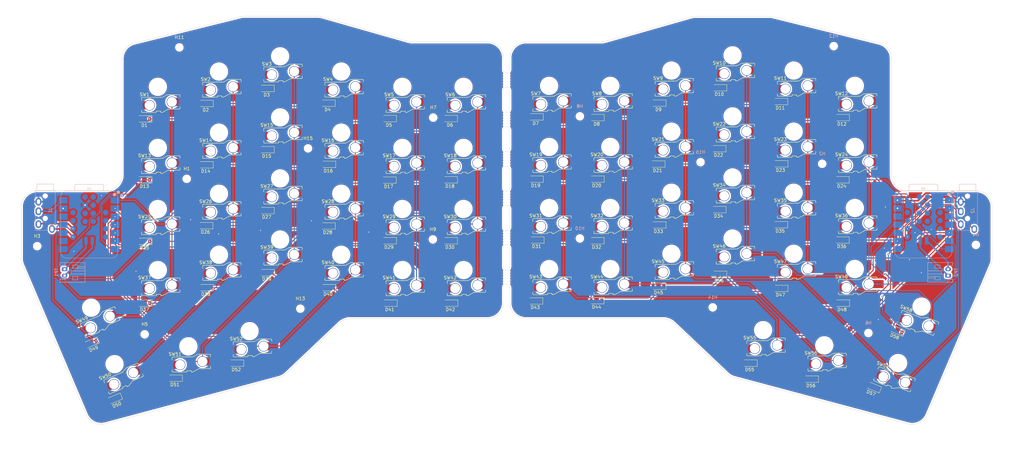
<source format=kicad_pcb>
(kicad_pcb (version 20241229) (generator "pcbnew") (generator_version "9.0")
  (layers (0 "F.Cu" signal) (2 "B.Cu" signal) (13 "F.Paste" user) (15 "B.Paste" user) (5 "F.SilkS" user "F.Silkscreen") (7 "B.SilkS" user "B.Silkscreen") (1 "F.Mask" user) (3 "B.Mask" user) (25 "Edge.Cuts" user))
  (net 0 "")
  (net 1 "/right/ROW0")
  (net 2 "Net-(D1-A)")
  (net 3 "/left/ROW0")
  (net 4 "Net-(D2-A)")
  (net 5 "Net-(D3-A)")
  (net 6 "Net-(D4-A)")
  (net 7 "Net-(D5-A)")
  (net 8 "Net-(D6-A)")
  (net 9 "Net-(D7-A)")
  (net 10 "Net-(D8-A)")
  (net 11 "Net-(D9-A)")
  (net 12 "Net-(D10-A)")
  (net 13 "Net-(D11-A)")
  (net 14 "Net-(D12-A)")
  (net 15 "Net-(D13-A)")
  (net 16 "/right/ROW1")
  (net 17 "Net-(D14-A)")
  (net 18 "Net-(D15-A)")
  (net 19 "Net-(D16-A)")
  (net 20 "Net-(D17-A)")
  (net 21 "Net-(D18-A)")
  (net 22 "/left/ROW1")
  (net 23 "Net-(D19-A)")
  (net 24 "Net-(D20-A)")
  (net 25 "Net-(D21-A)")
  (net 26 "Net-(D22-A)")
  (net 27 "Net-(D23-A)")
  (net 28 "Net-(D24-A)")
  (net 29 "Net-(D25-A)")
  (net 30 "/right/ROW2")
  (net 31 "Net-(D26-A)")
  (net 32 "Net-(D27-A)")
  (net 33 "Net-(D28-A)")
  (net 34 "Net-(D29-A)")
  (net 35 "Net-(D30-A)")
  (net 36 "Net-(D31-A)")
  (net 37 "/left/ROW2")
  (net 38 "Net-(D32-A)")
  (net 39 "Net-(D33-A)")
  (net 40 "Net-(D34-A)")
  (net 41 "Net-(D35-A)")
  (net 42 "Net-(D36-A)")
  (net 43 "Net-(D37-A)")
  (net 44 "/right/ROW3")
  (net 45 "Net-(D38-A)")
  (net 46 "Net-(D39-A)")
  (net 47 "Net-(D40-A)")
  (net 48 "Net-(D41-A)")
  (net 49 "Net-(D42-A)")
  (net 50 "Net-(D43-A)")
  (net 51 "/left/ROW3")
  (net 52 "Net-(D44-A)")
  (net 53 "Net-(D45-A)")
  (net 54 "Net-(D46-A)")
  (net 55 "Net-(D47-A)")
  (net 56 "Net-(D48-A)")
  (net 57 "/right/ROW4")
  (net 58 "Net-(D49-A)")
  (net 59 "Net-(D50-A)")
  (net 60 "Net-(D51-A)")
  (net 61 "Net-(D52-A)")
  (net 62 "Net-(D55-A)")
  (net 63 "/left/ROW4")
  (net 64 "Net-(D56-A)")
  (net 65 "Net-(D57-A)")
  (net 66 "Net-(D58-A)")
  (net 67 "+5V")
  (net 68 "/right/SDA")
  (net 69 "/right/SCL")
  (net 70 "GND")
  (net 71 "/left/SDA")
  (net 72 "/left/SCL")
  (net 73 "/right/COL0")
  (net 74 "/right/COL1")
  (net 75 "/right/COL2")
  (net 76 "/right/COL3")
  (net 77 "/right/COL4")
  (net 78 "/right/COL5")
  (net 79 "/left/COL0")
  (net 80 "/left/COL1")
  (net 81 "/left/COL2")
  (net 82 "/left/COL3")
  (net 83 "/left/COL4")
  (net 84 "/left/COL5")
  (net 85 "/right/VBAT")
  (net 86 "/left/VBAT")
  (net 115 "BAT_GND")
  (footprint "PCM_marbastlib-xp-gateron_lp:SW_KS33_HS_KS-2P02B01-02_HS_1u" (layer "F.Cu") (at 192.0615 112.8115)
    (property "Reference" "SW30")
    (property "Value" "SW_Push")
  )
  (footprint "MountingHole:MountingHole_2.2mm_M2" (layer "F.Cu") (at 92.7115 151.9115)
    (property "Reference" "H5")
    (property "Value" "MountingHole")
  )
  (footprint "PCM_marbastlib-xp-gateron_lp:SW_KS33_HS_KS-2P02B01-02_HS_1u" (layer "F.Cu") (at 313.9875 74.4)
    (property "Reference" "SW12")
    (property "Value" "SW_Push")
  )
  (footprint "Diode_SMD:D_SOD-123" (layer "F.Cu") (at 111.6115 118.0115 180)
    (property "Reference" "D26")
    (property "Value" "D")
  )
  (footprint "Diode_SMD:D_SOD-123" (layer "F.Cu") (at 271.5 113 180)
    (property "Reference" "D34")
    (property "Value" "D")
  )
  (footprint "PCM_marbastlib-xp-gateron_lp:SW_KS33_HS_KS-2P02B01-02_HS_1u" (layer "F.Cu") (at 106.3365 155.674)
    (property "Reference" "SW51")
    (property "Value" "SW_Push")
  )
  (footprint "PCM_marbastlib-xp-gateron_lp:SW_KS33_HS_KS-2P02B01-02_HS_1u" (layer "F.Cu") (at 256.8375 126.7875)
    (property "Reference" "SW45")
    (property "Value" "SW_Push")
  )
  (footprint "Diode_SMD:D_SOD-123" (layer "F.Cu") (at 252.5 98.8 180)
    (property "Reference" "D21")
    (property "Value" "D")
  )
  (footprint "PCM_marbastlib-xp-gateron_lp:SW_KS33_HS_KS-2P02B01-02_HS_1u" (layer "F.Cu") (at 237.7875 112.5)
    (property "Reference" "SW32")
    (property "Value" "SW_Push")
  )
  (footprint "Panelization:MouseBite-Slot_2.0x4.5mm_outset_D0.5mm_P0.85mm_7h" (layer "F.Cu") (at 206.5 121.8 90)
    (property "Reference" "REF**" (hide yes))
    (property "Value" "MouseBite-Slot_2.0x4.5mm_outset_D0.5mm_P0.85mm_7h" (hide yes))
    (fp_arc (start -3.25 -2) (mid -2.25 -1) (end -3.25 0) (stroke (width 0.1)) (layer "Edge.Cuts"))
    (fp_arc (start 3.25 0) (mid 2.25 -1) (end 3.25 -2) (stroke (width 0.1)) (layer "Edge.Cuts"))
  )
  (footprint "Diode_SMD:D_SOD-123" (layer "F.Cu") (at 281.2 160.9 180)
    (property "Reference" "D55")
    (property "Value" "D")
  )
  (footprint "Diode_SMD:D_SOD-123" (layer "F.Cu") (at 130.748775 132.677342 180)
    (property "Reference" "D39")
    (property "Value" "D")
  )
  (footprint "Diode_SMD:D_SOD-123" (layer "F.Cu") (at 309.9 122.5 180)
    (property "Reference" "D36")
    (property "Value" "D")
  )
  (footprint "PCM_marbastlib-xp-gateron_lp:SW_KS33_HS_KS-2P02B01-02_HS_1u" (layer "F.Cu") (at 313.9875 112.5)
    (property "Reference" "SW36")
    (property "Value" "SW_Push")
  )
  (footprint "PCM_marbastlib-xp-gateron_lp:SW_KS33_HS_KS-2P02B01-02_HS_1u" (layer "F.Cu") (at 237.7875 131.55)
    (property "Reference" "SW44")
    (property "Value" "SW_Push")
  )
  (footprint "PCM_marbastlib-xp-gateron_lp:SW_KS33_HS_KS-2P02B01-02_HS_1u" (layer "F.Cu") (at 334.770659 143.262931 -22.5)
    (property "Reference" "SW58")
    (property "Value" "SW_Push")
  )
  (footprint "Diode_SMD:D_SOD-123" (layer "F.Cu") (at 111.748775 137.377342 180)
    (property "Reference" "D38")
    (property "Value" "D")
  )
  (footprint "Diode_SMD:D_SOD-123" (layer "F.Cu") (at 168.8115 84.6115 180)
    (property "Reference" "D5")
    (property "Value" "D")
  )
  (footprint "PCM_marbastlib-xp-gateron_lp:SW_KS33_HS_KS-2P02B01-02_HS_1u" (layer "F.Cu") (at 83.3249 161.214907 22.5)
    (property "Reference" "SW50")
    (property "Value" "SW_Push")
  )
  (footprint "PCM_marbastlib-xp-gateron_lp:SW_KS33_HS_KS-2P02B01-02_HS_1u" (layer "F.Cu") (at 115.8615 69.949)
    (property "Reference" "SW2")
    (property "Value" "SW_Push")
  )
  (footprint "PCM_marbastlib-xp-gateron_lp:SW_KS33_HS_KS-2P02B01-02_HS_1u" (layer "F.Cu") (at 313.9875 131.55)
    (property "Reference" "SW48")
    (property "Value" "SW_Push")
  )
  (footprint "PCM_marbastlib-xp-gateron_lp:SW_KS33_HS_KS-2P02B01-02_HS_1u" (layer "F.Cu") (at 134.9115 84.2365)
    (property "Reference" "SW15")
    (property "Value" "SW_Push")
  )
  (footprint "Diode_SMD:D_SOD-123" (layer "F.Cu") (at 271.5 94 180)
    (property "Reference" "D22")
    (property "Value" "D")
  )
  (footprint "PCM_marbastlib-xp-gateron_lp:SW_KS33_HS_KS-2P02B01-02_HS_1u" (layer "F.Cu") (at 173.0115 131.8615)
    (property "Reference" "SW41")
    (property "Value" "SW_Push")
  )
  (footprint "Diode_SMD:D_SOD-123" (layer "F.Cu") (at 168.7115 103.8115 180)
    (property "Reference" "D17")
    (property "Value" "D")
  )
  (footprint "PCM_marbastlib-xp-gateron_lp:SW_KS33_HS_KS-2P02B01-02_HS_1u" (layer "F.Cu") (at 275.8875 83.925)
    (property "Reference" "SW22")
    (property "Value" "SW_Push")
  )
  (footprint "Diode_SMD:D_SOD-123" (layer "F.Cu") (at 252.8 117.8 180)
    (property "Reference" "D33")
    (property "Value" "D")
  )
  (footprint "Panelization:MouseBite-Slot_2.0x4.5mm_outset_D0.5mm_P0.85mm_7h" (layer "F.Cu") (at 206.5 72.6 90)
    (property "Reference" "REF**" (hide yes))
    (property "Value" "MouseBite-Slot_2.0x4.5mm_outset_D0.5mm_P0.85mm_7h" (hide yes))
    (fp_arc (start -3.25 -2) (mid -2.25 -1) (end -3.25 0) (stroke (width 0.1)) (layer "Edge.Cuts"))
    (fp_arc (start 3.25 0) (mid 2.25 -1) (end 3.25 -2) (stroke (width 0.1)) (layer "Edge.Cuts"))
  )
  (footprint "PCM_marbastlib-xp-gateron_lp:SW_KS33_HS_KS-2P02B01-02_HS_1u" (layer "F.Cu") (at 153.9615 108.049)
    (property "Reference" "SW28")
    (property "Value" "SW_Push")
  )
  (footprint "Panelization:MouseBite-Slot_2.0x4.5mm_outset_D0.5mm_P0.85mm_7h" (layer "F.Cu") (at 206.5 84.9 90)
    (property "Reference" "REF**" (hide yes))
    (property "Value" "MouseBite-Slot_2.0x4.5mm_outset_D0.5mm_P0.85mm_7h" (hide yes))
    (fp_arc (start -3.25 -2) (mid -2.25 -1) (end -3.25 0) (stroke (width 0.1)) (layer "Edge.Cuts"))
    (fp_arc (start 3.25 0) (mid 2.25 -1) (end 3.25 -2) (stroke (width 0.1)) (layer "Edge.Cuts"))
  )
  (footprint "Diode_SMD:D_SOD-123" (layer "F.Cu") (at 187.8115 103.7115 180)
    (property "Reference" "D18")
    (property "Value" "D")
  )
  (footprint "Diode_SMD:D_SOD-123" (layer "F.Cu") (at 233.55 84.3 180)
    (property "Reference" "D8")
    (property "Value" "D")
  )
  (footprint "PCM_marbastlib-xp-gateron_lp:SW_KS33_HS_KS-2P02B01-02_HS_1u" (layer "F.Cu") (at 115.8615 108.049)
    (property "Reference" "SW26")
    (property "Value" "SW_Push")
  )
  (footprint "Diode_SMD:D_SOD-123" (layer "F.Cu") (at 252.8 79.8 180)
    (property "Reference" "D9")
    (property "Value" "D")
  )
  (footprint "PCM_marbastlib-xp-gateron_lp:SW_KS33_HS_KS-2P02B01-02_HS_1u" (layer "F.Cu") (at 96.8115 74.7115)
    (property "Reference" "SW1")
    (property "Value" "SW_Push")
  )
  (footprint "Diode_SMD:D_SOD-123" (layer "F.Cu") (at 168.8115 122.7115 180)
    (property "Reference" "D29")
    (property "Value" "D")
  )
  (footprint "Diode_SMD:D_SOD-123" (layer "F.Cu") (at 187.948775 142.177342 180)
    (property "Reference" "D42")
    (property "Value" "D")
  )
  (footprint "PCM_marbastlib-xp-gateron_lp:SW_KS33_HS_KS-2P02B01-02_HS_1u" (layer "F.Cu") (at 96.8115 93.7615)
    (property "Reference" "SW13")
    (property "Value" "SW_Push")
  )
  (footprint "PCM_marbastlib-xp-gateron_lp:SW_KS33_HS_KS-2P02B01-02_HS_1u" (layer "F.Cu") (at 153.9615 69.949)
    (property "Reference" "SW4")
    (property "Value" "SW_Push")
  )
  (footprint "MountingHole:MountingHole_2.2mm_M2" (layer "F.Cu") (at 105.8115 103.4115)
    (property "Reference" "H1")
    (property "Value" "MountingHole")
  )
  (footprint "Diode_SMD:D_SOD-123" (layer "F.Cu") (at 169.048775 142.177342 180)
    (property "Reference" "D41")
    (property "Value" "D")
  )
  (footprint "Diode_SMD:D_SOD-123" (layer "F.Cu") (at 130.7115 113.3115 180)
    (property "Reference" "D27")
    (property "Value" "D")
  )
  (footprint "PCM_marbastlib-xp-gateron_lp:SW_KS33_HS_KS-2P02B01-02_HS_1u" (layer "F.Cu") (at 115.8615 127.099)
    (property "Reference" "SW38")
    (property "Value" "SW_Push")
  )
  (footprint "PCM_marbastlib-xp-gateron_lp:SW_KS33_HS_KS-2P02B01-02_HS_1u" (layer "F.Cu") (at 76.034779 143.615 22.5)
    (property "Reference" "SW49")
    (property "Value" "SW_Push")
  )
  (footprint "MountingHole:MountingHole_2.2mm_M2" (layer "F.Cu") (at 182.5115 122.3115)
    (property "Reference" "H9")
    (property "Value" "MountingHole")
  )
  (footprint "Diode_SMD:D_SOD-123" (layer "F.Cu") (at 187.8115 84.6115 180)
    (property "Reference" "D6")
    (property "Value" "D")
  )
  (footprint "Diode_SMD:D_SOD-123" (layer "F.Cu") (at 319.78926 168.380856 157.5)
    (property "Reference" "D57")
    (property "Value" "D")
  )
  (footprint "Diode_SMD:D_SOD-123" (layer "F.Cu") (at 271.75 75 180)
    (property "Reference" "D10")
    (property "Value" "D")
  )
  (footprint "Diode_SMD:D_SOD-123" (layer "F.Cu") (at 310 142.2 180)
    (property "Reference" "D48")
    (property "Value" "D")
  )
  (footprint "PCM_marbastlib-xp-gateron_lp:SW_KS33_HS_KS-2P02B01-02_HS_1u" (layer "F.Cu") (at 173.0115 74.7115)
    (property "Reference" "SW5")
    (property "Value" "SW_Push")
  )
  (footprint "PCM_marbastlib-xp-gateron_lp:SW_KS33_HS_KS-2P02B01-02_HS_1u" (layer "F.Cu") (at 153.9615 88.999)
    (property "Reference" "SW16")
    (property "Value" "SW_Push")
  )
  (footprint "Diode_SMD:D_SOD-123" (layer "F.Cu") (at 214.55 84.1 180)
    (property "Reference" "D7")
    (property "Value" "D")
  )
  (footprint "PCM_marbastlib-xp-gateron_lp:SW_KS33_HS_KS-2P02B01-02_HS_1u" (layer "F.Cu") (at 192.0615 131.8615)
    (property "Reference" "SW42")
    (property "Value" "SW_Push")
  )
  (footprint "Diode_SMD:D_SOD-123" (layer "F.Cu") (at 149.848775 137.377342 180)
    (property "Reference" "D40")
    (property "Value" "D")
  )
  (footprint "Diode_SMD:D_SOD-123" (layer "F.Cu") (at 92.6115 84.7115 180)
    (property "Reference" "D1")
    (property "Value" "D")
  )
  (footprint "PCM_marbastlib-xp-gateron_lp:SW_KS33_HS_KS-2P02B01-02_HS_1u" (layer "F.Cu") (at 134.9115 65.1865)
    (property "Reference" "SW3")
    (property "Value" "SW_Push")
  )
  (footprint "Diode_SMD:D_SOD-123" (layer "F.Cu") (at 233.55 103.5 180)
    (property "Reference" "D20")
    (property "Value" "D")
  )
  (footprint "PCM_marbastlib-xp-gateron_lp:SW_KS33_HS_KS-2P02B01-02_HS_1u" (layer "F.Cu") (at 275.8875 102.975)
    (property "Reference" "SW34")
    (property "Value" "SW_Push")
  )
  (footprint "Diode_SMD:D_SOD-123" (layer "F.Cu") (at 290.7 117.7 180)
    (property "Reference" "D35")
    (property "Value" "D")
  )
  (footprint "Diode_SMD:D_SOD-123" (layer "F.Cu") (at 92.6115 103.7115 180)
    (property "Reference" "D13")
    (property "Value" "D")
  )
  (footprint "Diode_SMD:D_SOD-123" (layer "F.Cu") (at 130.7115 94.3115 180)
    (property "Reference" "D15")
    (property "Value" "D")
  )
  (footprint "Panelization:MouseBite-Slot_2.0x4.5mm_outset_D0.5mm_P0.85mm_7h" (layer "F.Cu") (at 206.5 134.1 90)
    (property "Reference" "REF**" (hide yes))
    (property "Value" "MouseBite-Slot_2.0x4.5mm_outset_D0.5mm_P0.85mm_7h" (hide yes))
    (fp_arc (start -3.25 -2) (mid -2.25 -1) (end -3.25 0) (stroke (width 0.1)) (layer "Edge.Cuts"))
    (fp_arc (start 3.25 0) (mid 2.25 -1) (end 3.25 -2) (stroke (width 0.1)) (layer "Edge.Cuts"))
  )
  (footprint "Diode_SMD:D_SOD-123" (layer "F.Cu") (at 149.7115 79.8115 180)
    (property "Reference" "D4")
    (property "Value" "D")
  )
  (footprint "PCM_marbastlib-xp-gateron_lp:SW_KS33_HS_KS-2P02B01-02_HS_1u" (layer "F.Cu") (at 173.0115 112.8115)
    (property "Reference" "SW29")
    (property "Value" "SW_Push")
  )
  (footprint "Diode_SMD:D_SOD-123" (layer "F.Cu") (at 290.8 98.7 180)
    (property "Reference" "D23")
    (property "Value" "D")
  )
  (footprint "MountingHole:MountingHole_2.2mm_M2" (layer "F.Cu") (at 141.2115 143.9115)
    (property "Reference" "H13")
    (property "Value" "MountingHole")
  )
  (footprint "PCM_marbastlib-xp-gateron_lp:SW_KS33_HS_KS-2P02B01-02_HS_1u" (layer "F.Cu") (at 294.9375 107.7375)
    (property "Reference" "SW35")
    (property "Value" "SW_Push")
  )
  (footprint "PCM_marbastlib-xp-gateron_lp:SW_KS33_HS_KS-2P02B01-02_HS_1u" (layer "F.Cu") (at 218.7375 74.4)
    (property "Reference" "SW7")
    (property "Value" "SW_Push")
  )
  (footprint "Diode_SMD:D_SOD-123" (layer "F.Cu") (at 214.8 122.5 180)
    (property "Reference" "D31")
    (property "Value" "D")
  )
  (footprint "Diode_SMD:D_SOD-123" (layer "F.Cu") (at 309.95 84.3 180)
    (property "Reference" "D12")
    (property "Value" "D")
  )
  (footprint "PCM_marbastlib-xp-gateron_lp:SW_KS33_HS_KS-2P02B01-02_HS_1u" (layer "F.Cu") (at 96.8115 112.8115)
    (property "Reference" "SW25")
    (property "Value" "SW_Push")
  )
  (footprint "Diode_SMD:D_SOD-123" (layer "F.Cu") (at 92.6115 122.9115 180)
    (property "Reference" "D25")
    (property "Value" "D")
  )
  (footprint "PCM_marbastlib-xp-gateron_lp:SW_KS33_HS_KS-2P02B01-02_HS_1u" (layer "F.Cu") (at 294.9375 126.7875)
    (property "Reference" "SW47")
    (property "Value" "SW_Push")
  )
  (footprint "Panelization:MouseBite-Slot_2.0x4.5mm_outset_D0.5mm_P0.85mm_7h" (layer "F.Cu") (at 206.5 109.5 90)
    (property "Reference" "REF**" (hide yes))
    (property "Value" "MouseBite-Slot_2.0x4.5mm_outset_D0.5mm_P0.85mm_7h" (hide yes))
    (fp_arc (start -3.25 -2) (mid -2.25 -1) (end -3.25 0) (stroke (width 0.1)) (layer "Edge.Cuts"))
    (fp_arc (start 3.25 0) (mid 2.25 -1) (end 3.25 -2) (stroke (width 0.1)) (layer "Edge.Cuts"))
  )
  (footprint "PCM_marbastlib-xp-gateron_lp:SW_KS33_HS_KS-2P02B01-02_HS_1u" (layer "F.Cu") (at 218.7375 93.45)
    (property "Reference" "SW19")
    (property "Value" "SW_Push")
  )
  (footprint "Diode_SMD:D_SOD-123" (layer "F.Cu") (at 111.7115 79.9115 180)
    (property "Reference" "D2")
    (property "Value" "D")
  )
  (footprint "PCM_marbastlib-xp-gateron_lp:SW_KS33_HS_KS-2P02B01-02_HS_1u" (layer "F.Cu") (at 327.480539 160.862836 -22.5)
    (property "Reference" "SW57")
    (property "Value" "SW_Push")
  )
  (footprint "Diode_SMD:D_SOD-123" (layer "F.Cu") (at 102.1115 165.6115 180)
    (property "Reference" "D51")
    (property "Value" "D")
  )
  (footprint "MountingHole:MountingHole_2.2mm_M2" (layer "F.Cu") (at 59.2115 124.4115)
    (property "Reference" "H3")
    (property "Value" "MountingHole")
  )
  (footprint "Diode_SMD:D_SOD-123" (layer "F.Cu") (at 149.7115 118.1115 180)
    (property "Reference" "D28")
    (property "Value" "D")
  )
  (footprint "Panelization:MouseBite-Slot_2.0x4.5mm_outset_D0.5mm_P0.85mm_7h" (layer "F.Cu") (at 206.5 97.2 90)
    (property "Reference" "REF**" (hide yes))
    (property "Value" "MouseBite-Slot_2.0x4.5mm_outset_D0.5mm_P0.85mm_7h" (hide yes))
    (fp_arc (start -3.25 -2) (mid -2.25 -1) (end -3.25 0) (stroke (width 0.1)) (layer "Edge.Cuts"))
    (fp_arc (start 3.25 0) (mid 2.25 -1) (end 3.25 -2) (stroke (width 0.1)) (layer "Edge.Cuts"))
  )
  (footprint "Diode_SMD:D_SOD-123" (layer "F.Cu") (at 233.5 141.4 180)
    (property "Reference" "D44")
    (property "Value" "D")
  )
  (footprint "MountingHole:MountingHole_2.2mm_M2" (layer "F.Cu") (at 103.5115 62.4115)
    (property "Reference" "H11")
    (property "Value" "MountingHole")
  )
  (footprint "Diode_SMD:D_SOD-123" (layer "F.Cu") (at 214.55 103.5 180)
    (property "Reference" "D19")
    (property "Value" "D")
  )
  (footprint "PCM_marbastlib-xp-gateron_lp:SW_KS33_HS_KS-2P02B01-02_HS_1u" (layer "F.Cu") (at 285.4125 150.6)
    (property "Reference" "SW55")
    (property "Value" "SW_Push")
  )
  (footprint "PCM_marbastlib-xp-gateron_lp:SW_KS33_HS_KS-2P02B01-02_HS_1u" (layer "F.Cu") (at 313.9875 93.45)
    (property "Reference" "SW24")
    (property "Value" "SW_Push")
  )
  (footprint "Diode_SMD:D_SOD-123" (layer "F.Cu") (at 149.9115 98.9115 180)
    (property "Reference" "D16")
    (property "Value" "D")
  )
  (footprint "PCM_marbastlib-xp-gateron_lp:SW_KS33_HS_KS-2P02B01-02_HS_1u" (layer "F.Cu") (at 256.8375 88.6875)
    (property "Reference" "SW21")
    (property "Value" "SW_Push")
  )
  (footprint "Diode_SMD:D_SOD-123" (layer "F.Cu") (at 233.5 122.7 180)
    (property "Reference" "D32")
    (property "Value" "D")
  )
  (footprint "PCM_marbastlib-xp-gateron_lp:SW_KS33_HS_KS-2P02B01-02_HS_1u" (layer "F.Cu") (at 115.8615 88.999)
    (property "Reference" "SW14")
    (property "Value" "SW_Push")
  )
  (footprint "Diode_SMD:D_SOD-123" (layer "F.Cu") (at 309.9 103.7 180)
    (property "Reference" "D24")
    (property "Value" "D")
  )
  (footprint "Diode_SMD:D_SOD-123" (layer "F.Cu") (at 327.163841 150.707697 157.5)
    (property "Reference" "D58")
    (property "Value" "D")
  )
  (footprint "MountingHole:MountingHole_2.2mm_M2" (layer "F.Cu") (at 182.6115 84.3115)
    (property "Reference" "H7")
    (property "Value" "MountingHole")
  )
  (footprint "PCM_marbastlib-xp-gateron_lp:SW_KS33_HS_KS-2P02B01-02_HS_1u" (layer "F.Cu") (at 153.9615 127.099)
    (property "Reference" "SW40")
    (property "Value" "SW_Push")
  )
  (footprint "PCM_marbastlib-xp-gateron_lp:SW_KS33_HS_KS-2P02B01-02_HS_1u" (layer "F.Cu") (at 173.0115 93.7615)
    (property "Reference" "SW17")
    (property "Value" "SW_Push")
  )
  (footprint "PCM_marbastlib-xp-gateron_lp:SW_KS33_HS_KS-2P02B01-02_HS_1u" (layer "F.Cu") (at 304.4625 155.3625)
    (property "Reference" "SW56")
    (property "Value" "SW_Push")
  )
  (footprint "Diode_SMD:D_SOD-123" (layer "F.Cu") (at 92.648775 142.177342 180)
    (property "Reference" "D37")
    (property "Value" "D")
  )
  (footprint "Diode_SMD:D_SOD-123" (layer "F.Cu") (at 252.8 136.9 180)
    (property "Reference" "D45")
    (property "Value" "D")
  )
  (footprint "PCM_marbastlib-xp-gateron_lp:SW_KS33_HS_KS-2P02B01-02_HS_1u" (layer "F.Cu") (at 294.9375 69.6375)
    (property "Reference" "SW11")
    (property "Value" "SW_Push")
  )
  (footprint "Diode_SMD:D_SOD-123" (layer "F.Cu") (at 130.7115 75.2115 180)
    (property "Reference" "D3")
    (property "Value" "D")
  )
  (footprint "Diode_SMD:D_SOD-123" (layer "F.Cu") (at 214.4 141.5 180)
    (property "Reference" "D43")
    (property "Value" "D")
  )
  (footprint "PCM_marbastlib-xp-gateron_lp:SW_KS33_HS_KS-2P02B01-02_HS_1u" (layer "F.Cu") (at 256.8375 69.6375)
    (property "Reference" "SW9")
    (property "Value" "SW_Push")
  )
  (footprint "PCM_marbastlib-xp-gateron_lp:SW_KS33_HS_KS-2P02B01-02_HS_1u" (layer "F.Cu") (at 134.9115 103.2865)
    (property "Reference" "SW27")
    (property "Value" "SW_Push")
  )
  (footprint "MountingHole:MountingHole_2.2mm_M2" (layer "F.Cu") (at 143.6115 93.9115)
    (property "Reference" "H15")
    (property "Value" "MountingHole")
  )
  (footprint "Diode_SMD:D_SOD-123" (layer "F.Cu") (at 290.75 79.3 180)
    (property "Reference" "D11")
    (property "Value" "D")
  )
  (footprint "Diode_SMD:D_SOD-123" (layer "F.Cu") (at 111.7115 99.0115 180)
    (property "Reference" "D14")
    (property "Value" "D")
  )
  (footprint "PCM_marbastlib-xp-gateron_lp:SW_KS33_HS_KS-2P02B01-02_HS_1u" (layer "F.Cu") (at 237.7875 93.45)
    (property "Reference" "SW20")
    (property "Value" "SW_Push")
  )
  (footprint "Diode_SMD:D_SOD-123" (layer "F.Cu") (at 83.275555 172.054909 -157.5)
    (property "Reference" "D50")
    (property "Value" "D")
  )
  (footprint "Diode_SMD:D_SOD-123" (layer "F.Cu") (at 271.7 133.2 180)
    (property "Reference" "D46")
    (property "Value" "D")
  )
  (footprint "PCM_marbastlib-xp-gateron_lp:SW_KS33_HS_KS-2P02B01-02_HS_1u" (layer "F.Cu") (at 275.8875 122.025)
    (property "Reference" "SW46")
    (property "Value" "SW_Push")
  )
  (footprint "PCM_marbastlib-xp-gateron_lp:SW_KS33_HS_KS-2P02B01-02_HS_1u" (layer "F.Cu") (at 218.7375 131.55)
    (property "Reference" "SW43")
    (property "Value" "SW_Push")
  )
  (footprint "PCM_marbastlib-xp-gateron_lp:SW_KS33_HS_KS-2P02B01-02_HS_1u" (layer "F.Cu") (at 294.9375 88.6875)
    (property "Reference" "SW23")
    (property "Value" "SW_Push")
  )
  (footprint "PCM_marbastlib-xp-gateron_lp:SW_KS33_HS_KS-2P02B01-02_HS_1u" (layer "F.Cu") (at 275.8875 64.875)
    (property "Reference" "SW10")
    (property "Value" "SW_Push")
  )
  (footprint "PCM_marbastlib-xp-gateron_lp:SW_KS33_HS_KS-2P02B01-02_HS_1u" (layer "F.Cu") (at 192.0615 74.7115)
    (property "Reference" "SW6")
    (property "Value" "SW_Push")
  )
  (footprint "PCM_marbastlib-xp-gateron_lp:SW_KS33_HS_KS-2P02B01-02_HS_1u" (layer "F.Cu") (at 218.7375 112.5)
    (property "Reference" "SW31")
    (property "Value" "SW_Push")
  )
  (footprint "Diode_SMD:D_SOD-123" (layer "F.Cu") (at 121.2115 160.9115 180)
    (property "Reference" "D52")
    (property "Value" "D")
  )
  (footprint "Diode_SMD:D_SOD-123" (layer "F.Cu") (at 300.3 165.9 180)
    (property "Reference" "D56")
    (property "Value" "D")
  )
  (footprint "PCM_marbastlib-xp-gateron_lp:SW_KS33_HS_KS-2P02B01-02_HS_1u" (layer "F.Cu") (at 96.8115 131.8615)
    (property "Reference" "SW37")
    (property "Value" "SW_Push")
  )
  (footprint "Diode_SMD:D_SOD-123" (layer "F.Cu") (at 76.042838 154.593586 -157.5)
    (property "Reference" "D49")
    (property "Value" "D")
  )
  (footprint "Diode_SMD:D_SOD-123" (layer "F.Cu") (at 187.8115 122.7115 180)
    (property "Reference" "D30")
    (property "Value" "D")
  )
  (footprint "PCM_marbastlib-xp-gateron_lp:SW_KS33_HS_KS-2P02B01-02_HS_1u" (layer "F.Cu") (at 237.7875 74.4)
    (property "Reference" "SW8")
    (property "Value" "SW_Push")
  )
  (footprint "PCM_marbastlib-xp-gateron_lp:SW_KS33_HS_KS-2P02B01-02_HS_1u" (layer "F.Cu") (at 256.8375 107.7375)
    (property "Reference" "SW33")
    (property "Value" "SW_Push")
  )
  (footprint "PCM_marbastlib-xp-gateron_lp:SW_KS33_HS_KS-2P02B01-02_HS_1u" (layer "F.Cu") (at 125.3865 150.9115)
    (property "Reference" "SW52")
    (property "Value" "SW_Push")
  )
  (footprint "PCM_marbastlib-xp-gateron_lp:SW_KS33_HS_KS-2P02B01-02_HS_1u" (layer "F.Cu") (at 192.0615 93.7615)
    (property "Reference" "SW18")
    (property "Value" "SW_Push")
  )
  (footprint "PCM_marbastlib-xp-gateron_lp:SW_KS33_HS_KS-2P02B01-02_HS_1u" (layer "F.Cu") (at 134.9115 122.3365)
    (property "Reference" "SW39")
    (property "Value" "SW_Push")
  )
  (footprint "Diode_SMD:D_SOD-123" (layer "F.Cu") (at 290.8 137.6 180)
    (property "Reference" "D47")
    (property "Value" "D")
  )
  (footprint "Seeed Studio XIAO Series Library:XIAO-MG24-SMD" (layer "B.Cu") (at 75.394 117.7315 90)
    (property "Reference" "U1")
    (property "Value" "XIAO-MG24-SMD")
  )
  (footprint "MountingHole:MountingHole_2.2mm_M2" (layer "B.Cu") (at 307.414621 62.009705 180)
    (property "Reference" "H12")
    (property "Value" "MountingHole")
  )
  (footprint "Seeed Studio XIAO Series Library:XIAO-MG24-SMD" (layer "B.Cu") (at 335.363047 117.690105 90)
    (property "Reference" "U2")
    (property "Value" "XIAO-MG24-SMD")
  )
  (footprint "Connector_JST:JST_PH_S2B-PH-K_1x02_P2.00mm_Horizontal" (layer "B.Cu") (at 343.047005 133.600805 90)
    (property "Reference" "TP2")
    (property "Value" "BAT")
  )
  (footprint "MountingHole:MountingHole_2.2mm_M2" (layer "B.Cu") (at 269.714621 143.509705 180)
    (property "Reference" "H14")
    (property "Value" "MountingHole")
  )
  (footprint "MountingHole:MountingHole_2.2mm_M2" (layer "B.Cu") (at 228.314621 83.909705 180)
    (property "Reference" "H8")
    (property "Value" "MountingHole")
  )
  (footprint "PCM_marbastlib-xp-various:CON_MJ-4PP-9" (layer "B.Cu") (at 61.7115 113.2915 -90)
    (property "Reference" "J1")
    (property "Value" "AudioJack4")
  )
  (footprint "Connector_JST:JST_PH_S2B-PH-K_1x02_P2.00mm_Horizontal" (layer "B.Cu") (at 67.7615 131.6115 -90)
    (property "Reference" "TP1")
    (property "Value" "BAT")
  )
  (footprint "MountingHole:MountingHole_2.2mm_M2" (layer "B.Cu") (at 303.814621 98.709705 180)
    (property "Reference" "H2")
    (property "Value" "MountingHole")
  )
  (footprint "MountingHole:MountingHole_2.2mm_M2" (layer "B.Cu") (at 265.914621 98.209705 180)
    (property "Reference" "H16")
    (property "Value" "MountingHole")
  )
  (footprint "PCM_marbastlib-xp-various:CON_MJ-4PP-9" (layer "B.Cu") (at 349.105088 113.333683 -90)
    (property "Reference" "J2")
    (property "Value" "AudioJack4")
  )
  (footprint "MountingHole:MountingHole_2.2mm_M2" (layer "B.Cu") (at 318.214621 151.509705 180)
    (property "Reference" "H6")
    (property "Value" "MountingHole")
  )
  (footprint "MountingHole:MountingHole_2.2mm_M2" (layer "B.Cu") (at 228.314621 122.009705 180)
    (property "Reference" "H10")
    (property "Value" "MountingHole")
  )
  (footprint "MountingHole:MountingHole_2.2mm_M2" (layer "B.Cu") (at 351.714621 124.009705 180)
    (property "Reference" "H4")
    (property "Value" "MountingHole")
  )
  (gr_line (start 234.927311 60.728494) (end 211.525189 60.728494) (stroke (width 0.1)) (layer "Edge.Cuts"))
  (gr_arc (start 351.725189 107.128494) (mid 355.260723 108.59296) (end 356.725189 112.128494) (stroke (width 0.1)) (layer "Edge.Cuts"))
  (gr_line (start 153.364824 148.383219) (end 136.71574 164.169655) (stroke (width 0.1)) (layer "Edge.Cuts"))
  (gr_line (start 276.471907 165.389272) (end 330.604011 179.836692) (stroke (width 0.1)) (layer "Edge.Cuts"))
  (gr_line (start 74.541229 176.943402) (end 54.70938 130.249366) (stroke (width 0.1)) (layer "Edge.Cuts"))
  (gr_arc (start 276.471907 165.389272) (mid 275.321176 164.922552) (end 274.320949 164.186649) (stroke (width 0.1)) (layer "Edge.Cuts"))
  (gr_line (start 204.5 75.85) (end 204.5 81.65) (stroke (width 0.05)) (layer "Edge.Cuts"))
  (gr_arc (start 236.296395 60.537403) (mid 235.618488 60.680488) (end 234.927311 60.728494) (stroke (width 0.1)) (layer "Edge.Cuts"))
  (gr_line (start 321.529013 61.089132) (end 288.418116 52.875577) (stroke (width 0.1)) (layer "Edge.Cuts"))
  (gr_arc (start 153.364824 148.383219) (mid 154.953276 147.367077) (end 156.805111 147.0115) (stroke (width 0.1)) (layer "Edge.Cuts"))
  (gr_line (start 206.5 106.25) (end 206.5 100.45) (stroke (width 0.05)) (layer "Edge.Cuts"))
  (gr_line (start 204.5 137.35) (end 204.5115 142.0115) (stroke (width 0.05)) (layer "Edge.Cuts"))
  (gr_line (start 59.3115 107.1115) (end 80.7115 107.1115) (stroke (width 0.1)) (layer "Edge.Cuts"))
  (gr_line (start 54.3115 128.294758) (end 54.3115 112.1115) (stroke (width 0.1)) (layer "Edge.Cuts"))
  (gr_line (start 123.822397 52.7115) (end 146.613622 52.7115) (stroke (width 0.1)) (layer "Edge.Cuts"))
  (gr_arc (start 254.231578 147.028494) (mid 256.083412 147.384071) (end 257.671865 148.400213) (stroke (width 0.1)) (layer "Edge.Cuts"))
  (gr_line (start 204.5 88.15) (end 204.5 93.95) (stroke (width 0.05)) (layer "Edge.Cuts"))
  (gr_line (start 206.5 118.55) (end 206.5 112.75) (stroke (width 0.05)) (layer "Edge.Cuts"))
  (gr_arc (start 204.5115 142.0115) (mid 203.047034 145.547034) (end 199.5115 147.0115) (stroke (width 0.1)) (layer "Edge.Cuts"))
  (gr_arc (start 336.49546 176.960396) (mid 334.086948 179.498903) (end 330.604011 179.836692) (stroke (width 0.1)) (layer "Edge.Cuts"))
  (gr_arc (start 199.5115 60.7115) (mid 203.047034 62.175966) (end 204.5115 65.7115) (stroke (width 0.1)) (layer "Edge.Cuts"))
  (gr_arc (start 54.70938 130.249366) (mid 54.41198 129.292105) (end 54.3115 128.294758) (stroke (width 0.1)) (layer "Edge.Cuts"))
  (gr_line (start 351.725189 107.128494) (end 330.325189 107.128494) (stroke (width 0.1)) (layer "Edge.Cuts"))
  (gr_line (start 257.671865 148.400213) (end 274.320949 164.186649) (stroke (width 0.1)) (layer "Edge.Cuts"))
  (gr_arc (start 321.529013 61.089132) (mid 324.263386 62.86141) (end 325.325189 65.942049) (stroke (width 0.1)) (layer "Edge.Cuts"))
  (gr_line (start 204.5 125.05) (end 204.5 130.85) (stroke (width 0.05)) (layer "Edge.Cuts"))
  (gr_arc (start 85.7115 102.1115) (mid 84.247034 105.647034) (end 80.7115 107.1115) (stroke (width 0.1)) (layer "Edge.Cuts"))
  (gr_line (start 206.52519 65.728494) (end 206.5 69.35) (stroke (width 0.05)) (layer "Edge.Cuts"))
  (gr_arc (start 211.525189 147.028494) (mid 207.989655 145.564028) (end 206.525189 142.028494) (stroke (width 0.1)) (layer "Edge.Cuts"))
  (gr_arc (start 54.3115 112.1115) (mid 55.775966 108.575966) (end 59.3115 107.1115) (stroke (width 0.1)) (layer "Edge.Cuts"))
  (gr_line (start 85.7115 102.1115) (end 85.7115 65.925055) (stroke (width 0.1)) (layer "Edge.Cuts"))
  (gr_line (start 147.982706 52.902591) (end 174.740294 60.520409) (stroke (width 0.1)) (layer "Edge.Cuts"))
  (gr_line (start 263.053983 52.919585) (end 236.296395 60.537403) (stroke (width 0.1)) (layer "Edge.Cuts"))
  (gr_line (start 206.525189 142.028494) (end 206.5 137.35) (stroke (width 0.05)) (layer "Edge.Cuts"))
  (gr_line (start 199.5115 147.0115) (end 156.805111 147.0115) (stroke (width 0.1)) (layer "Edge.Cuts"))
  (gr_line (start 336.49546 176.960396) (end 356.327309 130.26636) (stroke (width 0.1)) (layer "Edge.Cuts"))
  (gr_line (start 204.5 69.35) (end 204.5115 65.7115) (stroke (width 0.05)) (layer "Edge.Cuts"))
  (gr_line (start 206.5 93.95) (end 206.5 88.15) (stroke (width 0.05)) (layer "Edge.Cuts"))
  (gr_arc (start 136.71574 164.169655) (mid 135.715513 164.905558) (end 134.564782 165.372278) (stroke (width 0.1)) (layer "Edge.Cuts"))
  (gr_line (start 89.507676 61.072138) (end 122.618573 52.858583) (stroke (width 0.1)) (layer "Edge.Cuts"))
  (gr_arc (start 356.725189 128.311752) (mid 356.624709 129.309099) (end 356.327309 130.26636) (stroke (width 0.1)) (layer "Edge.Cuts"))
  (gr_line (start 204.5 112.75) (end 204.5 118.55) (stroke (width 0.05)) (layer "Edge.Cuts"))
  (gr_line (start 287.214292 52.728494) (end 264.423067 52.728494) (stroke (width 0.1)) (layer "Edge.Cuts"))
  (gr_arc (start 122.618573 52.858583) (mid 123.216009 52.748407) (end 123.822397 52.7115) (stroke (width 0.1)) (layer "Edge.Cuts"))
  (gr_line (start 325.325189 102.128494) (end 325.325189 65.942049) (stroke (width 0.1)) (layer "Edge.Cuts"))
  (gr_arc (start 85.7115 65.925055) (mid 86.773299 62.844422) (end 89.507676 61.072138) (stroke (width 0.1)) (layer "Edge.Cuts"))
  (gr_line (start 204.5 100.45) (end 204.5 106.25) (stroke (width 0.05)) (layer "Edge.Cuts"))
  (gr_arc (start 330.325189 107.128494) (mid 326.789655 105.664028) (end 325.325189 102.128494) (stroke (width 0.1)) (layer "Edge.Cuts"))
  (gr_line (start 356.725189 128.311752) (end 356.725189 112.128494) (stroke (width 0.1)) (layer "Edge.Cuts"))
  (gr_arc (start 146.613622 52.7115) (mid 147.3048 52.759503) (end 147.982706 52.902591) (stroke (width 0.1)) (layer "Edge.Cuts"))
  (gr_arc (start 263.053983 52.919585) (mid 263.731889 52.776497) (end 264.423067 52.728494) (stroke (width 0.1)) (layer "Edge.Cuts"))
  (gr_line (start 211.525189 147.028494) (end 254.231578 147.028494) (stroke (width 0.1)) (layer "Edge.Cuts"))
  (gr_arc (start 287.214292 52.728494) (mid 287.82068 52.765401) (end 288.418116 52.875577) (stroke (width 0.1)) (layer "Edge.Cuts"))
  (gr_arc (start 206.525189 65.728494) (mid 207.989655 62.19296) (end 211.525189 60.728494) (stroke (width 0.1)) (layer "Edge.Cuts"))
  (gr_line (start 134.564782 165.372278) (end 80.432678 179.819698) (stroke (width 0.1)) (layer "Edge.Cuts"))
  (gr_line (start 176.109378 60.7115) (end 199.5115 60.7115) (stroke (width 0.1)) (layer "Edge.Cuts"))
  (gr_arc (start 80.432678 179.819698) (mid 76.949741 179.481909) (end 74.541229 176.943402) (stroke (width 0.1)) (layer "Edge.Cuts"))
  (gr_line (start 206.5 81.65) (end 206.5 75.85) (stroke (width 0.05)) (layer "Edge.Cuts"))
  (gr_arc (start 176.109378 60.7115) (mid 175.418201 60.663494) (end 174.740294 60.520409) (stroke (width 0.1)) (layer "Edge.Cuts"))
  (gr_line (start 206.5 130.85) (end 206.5 125.05) (stroke (width 0.05)) (layer "Edge.Cuts"))
  (segment (start 292.4 79.3) (end 298.351 85.251) (width 0.3) (layer "F.Cu") (net 1))
  (segment (start 310.9615 94.70341) (end 310.9615 84.9385) (width 0.3) (layer "F.Cu") (net 1))
  (segment (start 278.651 80.251) (end 291.449 80.251) (width 0.3) (layer "F.Cu") (net 1))
  (segment (start 298.351 85.251) (end 310.649 85.251) (width 0.3) (layer "F.Cu") (net 1))
  (segment (start 235.2 84.3) (end 249.95 84.3) (width 0.3) (layer "F.Cu") (net 1))
  (segment (start 310.9615 84.9385) (end 311.6 84.3) (width 0.3) (layer "F.Cu") (net 1))
  (segment (start 312.73409 96.476) (end 310.9615 94.70341) (width 0.3) (layer "F.Cu") (net 1))
  (segment (start 310.649 85.251) (end 311.6 84.3) (width 0.3) (layer "F.Cu") (net 1))
  (segment (start 254.45 79.8) (end 266.720822 79.8) (width 0.3) (layer "F.Cu") (net 1))
  (segment (start 216.2 84.1) (end 218.909705 86.809705) (width 0.3) (layer "F.Cu") (net 1))
  (segment (start 273.4 75) (end 278.651 80.251) (width 0.3) (layer "F.Cu") (net 1))
  (segment (start 271.520822 75) (end 273.4 75) (width 0.3) (layer "F.Cu") (net 1))
  (segment (start 232.690295 86.809705) (end 235.2 84.3) (width 0.3) (layer "F.Cu") (net 1))
  (segment (start 325.517363 108.109705) (end 313.883658 96.476) (width 0.3) (layer "F.Cu") (net 1))
  (segment (start 313.883658 96.476) (end 312.73409 96.476) (width 0.3) (layer "F.Cu") (net 1))
  (segment (start 218.909705 86.809705) (end 232.690295 86.809705) (width 0.3) (layer "F.Cu") (net 1))
  (segment (start 330.014621 108.109705) (end 325.517363 108.109705) (width 0.3) (layer "F.Cu") (net 1))
  (segment (start 291.449 80.251) (end 292.4 79.3) (width 0.3) (layer "F.Cu") (net 1))
  (segment (start 249.95 84.3) (end 254.45 79.8) (width 0.3) (layer "F.Cu") (net 1))
  (segment (start 266.720822 79.8) (end 271.520822 75) (width 0.3) (layer "F.Cu") (net 1))
  (via (at 330.014621 108.109705) (size 0.6) (drill 0.3) (layers "F.Cu" "B.Cu") (net 1))
  (segment (start 332.892047 110.987131) (end 330.014621 108.109705) (width 0.3) (layer "B.Cu") (net 1))
  (segment (start 341.243238 125.310105) (end 333.794238 117.861105) (width 0.3) (layer "B.Cu") (net 1))
  (segment (start 333.794238 117.861105) (end 333.595576 117.861105) (width 0.3) (layer "B.Cu") (net 1))
  (segment (start 333.595576 117.861105) (end 332.892047 117.157576) (width 0.3) (layer "B.Cu") (net 1))
  (segment (start 343.445547 125.310105) (end 341.243238 125.310105) (width 0.3) (layer "B.Cu") (net 1))
  (segment (start 332.892047 117.157576) (end 332.892047 110.987131) (width 0.3) (layer "B.Cu") (net 1))
  (segment (start 90.9615 80.4665) (end 90.9665 80.4615) (width 0.3) (layer "F.Cu") (net 2))
  (segment (start 90.9615 84.7115) (end 90.9615 80.4665) (width 0.3) (layer "F.Cu") (net 2))
  (segment (start 127.6615 79.9115) (end 132.3615 75.2115) (width 0.3) (layer "F.Cu") (net 3))
  (segment (start 94.2615 84.7115) (end 108.5615 84.7115) (width 0.3) (layer "F.Cu") (net 3))
  (segment (start 89.2905 105.3325) (end 85.8115 108.8115) (width 0.3) (layer "F.Cu") (net 3))
  (segment (start 113.3615 79.9115) (end 127.6615 79.9115) (width 0.3) (layer "F.Cu") (net 3))
  (segment (start 89.2905 89.6825) (end 89.2905 105.3325) (width 0.3) (layer "F.Cu") (net 3))
  (segment (start 157.1615 85.6115) (end 169.4615 85.6115) (width 0.3) (layer "F.Cu") (net 3))
  (segment (start 174.3615 88.5115) (end 185.5615 88.5115) (width 0.3) (layer "F.Cu") (net 3))
  (segment (start 169.4615 85.6115) (end 170.4615 84.6115) (width 0.3) (layer "F.Cu") (net 3))
  (segment (start 151.3615 79.8115) (end 157.1615 85.6115) (width 0.3) (layer "F.Cu") (net 3))
  (segment (start 137.9125 80.7625) (end 150.4105 80.7625) (width 0.3) (layer "F.Cu") (net 3))
  (segment (start 108.5615 84.7115) (end 113.3615 79.9115) (width 0.3) (layer "F.Cu") (net 3))
  (segment (start 150.4105 80.7625) (end 151.3615 79.8115) (width 0.3) (layer "F.Cu") (net 3))
  (segment (start 94.2615 84.7115) (end 89.2905 89.6825) (width 0.3) (layer "F.Cu") (net 3))
  (segment (start 170.4615 84.6115) (end 174.3615 88.5115) (width 0.3) (layer "F.Cu") (net 3))
  (segment (start 132.3615 75.2115) (end 137.9125 80.7625) (width 0.3) (layer "F.Cu") (net 3))
  (segment (start 185.5615 88.5115) (end 189.4615 84.6115) (width 0.3) (layer "F.Cu") (net 3))
  (via (at 85.8115 108.8115) (size 0.6) (drill 0.3) (layers "F.Cu" "B.Cu") (net 3))
  (via (at 94.2615 84.7115) (size 0.6) (drill 0.3) (layers "F.Cu" "B.Cu") (net 3))
  (segment (start 83.4765 125.3515) (end 82.1015 125.3515) (width 0.3) (layer "B.Cu") (net 3))
  (segment (start 79.352006 111.47622) (end 82.067726 108.7605) (width 0.3) (layer "B.Cu") (net 3))
  (segment (start 82.1015 125.3515) (end 79.352006 122.602006) (width 0.3) (layer "B.Cu") (net 3))
  (segment (start 79.352006 122.602006) (end 79.352006 111.47622) (width 0.3) (layer "B.Cu") (net 3))
  (segment (start 82.067726 108.7605) (end 85.7605 108.7605) (width 0.3) (layer "B.Cu") (net 3))
  (segment (start 85.7605 108.7605) (end 85.8115 108.8115) (width 0.3) (layer "B.Cu") (net 3))
  (segment (start 110.0615 75.744) (end 110.0165 75.699) (width 0.3) (layer "F.Cu") (net 4))
  (segment (start 110.0615 79.9115) (end 110.0615 75.744) (width 0.3) (layer "F.Cu") (net 4))
  (segment (start 129.0615 75.2115) (end 129.0615 70.9415) (width 0.3) (layer "F.Cu") (net 5))
  (segment (start 129.0615 70.9415) (end 129.0665 70.9365) (width 0.3) (layer "F.Cu") (net 5))
  (segment (start 148.0615 75.754) (end 148.1165 75.699) (width 0.3) (layer "F.Cu") (net 6))
  (segment (start 148.0615 79.8115) (end 148.0615 75.754) (width 0.3) (layer "F.Cu") (net 6))
  (segment (start 167.1615 84.6115) (end 167.1615 80.4665) (width 0.3) (layer "F.Cu") (net 7))
  (segment (start 167.1615 80.4665) (end 167.1665 80.4615) (width 0.3) (layer "F.Cu") (net 7))
  (segment (start 186.1615 84.6115) (end 186.1615 80.5165) (width 0.3) (layer "F.Cu") (net 8))
  (segment (start 186.1615 80.5165) (end 186.2165 80.4615) (width 0.3) (layer "F.Cu") (net 8))
  (segment (start 212.8925 80.15) (end 212.8925 84.0925) (width 0.3) (layer "F.Cu") (net 9))
  (segment (start 212.8925 84.0925) (end 212.9 84.1) (width 0.3) (layer "F.Cu") (net 9))
  (segment (start 231.9425 80.15) (end 231.9425 84.2575) (width 0.3) (layer "F.Cu") (net 10))
  (segment (start 231.9425 84.2575) (end 231.9 84.3) (width 0.3) (layer "F.Cu") (net 10))
  (segment (start 251.15 75.545) (end 250.9925 75.3875) (width 0.3) (layer "F.Cu") (net 11))
  (segment (start 251.15 79.8) (end 251.15 75.545) (width 0.3) (layer "F.Cu") (net 11))
  (segment (start 270.1 75) (end 270.1 70.6825) (width 0.3) (layer "F.Cu") (net 12))
  (segment (start 270.1 70.6825) (end 270.0425 70.625) (width 0.3) (layer "F.Cu") (net 12))
  (segment (start 289.1 79.3) (end 289.1 75.395) (width 0.3) (layer "F.Cu") (net 13))
  (segment (start 289.1 75.395) (end 289.0925 75.3875) (width 0.3) (layer "F.Cu") (net 13))
  (segment (start 308.3 80.3075) (end 308.1425 80.15) (width 0.3) (layer "F.Cu") (net 14))
  (segment (start 308.3 84.3) (end 308.3 80.3075) (width 0.3) (layer "F.Cu") (net 14))
  (segment (start 90.9665 103.7065) (end 90.9615 103.7115) (width 0.3) (layer "F.Cu") (net 15))
  (segment (start 90.9665 99.5115) (end 90.9665 103.7065) (width 0.3) (layer "F.Cu") (net 15))
  (segment (start 291.499 99.651) (end 292.45 98.7) (width 0.3) (layer "F.Cu") (net 16))
  (segment (start 234.249 104.451) (end 235.2 103.5) (width 0.3) (layer "F.Cu") (net 16))
  (segment (start 278.801 99.651) (end 291.499 99.651) (width 0.3) (layer "F.Cu") (net 16))
  (segment (start 318.714621 103.709705) (end 318.704916 103.7) (width 0.3) (layer "F.Cu") (net 16))
  (segment (start 292.45 98.7) (end 298.401 104.651) (width 0.3) (layer "F.Cu") (net 16))
  (segment (start 249.45 103.5) (end 235.2 103.5) (width 0.3) (layer "F.Cu") (net 16))
  (segment (start 254.15 98.8) (end 262.304916 98.8) (width 0.3) (layer "F.Cu") (net 16))
  (segment (start 318.704916 103.7) (end 311.55 103.7) (width 0.3) (layer "F.Cu") (net 16))
  (segment (start 254.15 98.8) (end 249.45 103.5) (width 0.3) (layer "F.Cu") (net 16))
  (segment (start 267.277458 101.009705) (end 273.15 95.137163) (width 0.3) (layer "F.Cu") (net 16))
  (segment (start 273.15 94) (end 278.801 99.651) (width 0.3) (layer "F.Cu") (net 16))
  (segment (start 262.304916 98.8) (end 264.514621 101.009705) (width 0.3) (layer "F.Cu") (net 16))
  (segment (start 319.114621 103.709705) (end 318.714621 103.709705) (width 0.3) (layer "F.Cu") (net 16))
  (segment (start 310.599 104.651) (end 311.55 103.7) (width 0.3) (layer "F.Cu") (net 16))
  (segment (start 273.15 95.137163) (end 273.15 94) (width 0.3) (layer "F.Cu") (net 16))
  (segment (start 217.151 104.451) (end 234.249 104.451) (width 0.3) (layer "F.Cu") (net 16))
  (segment (start 298.401 104.651) (end 310.599 104.651) (width 0.3) (layer "F.Cu") (net 16))
  (segment (start 216.2 103.5) (end 217.151 104.451) (width 0.3) (layer "F.Cu") (net 16))
  (segment (start 264.514621 101.009705) (end 267.277458 101.009705) (width 0.3) (layer "F.Cu") (net 16))
  (via (at 319.114621 103.709705) (size 0.6) (drill 0.3) (layers "F.Cu" "B.Cu") (net 16))
  (segment (start 327.280547 125.310105) (end 328.655547 125.310105) (width 0.3) (layer "B.Cu") (net 16))
  (segment (start 323.679921 103.709705) (end 319.114621 103.709705) (width 0.3) (layer "B.Cu") (net 16))
  (segment (start 329.006547 109.036331) (end 323.679921 103.709705) (width 0.3) (layer "B.Cu") (net 16))
  (segment (start 328.655547 125.310105) (end 329.006547 124.959105) (width 0.3) (layer "B.Cu") (net 16))
  (segment (start 329.006547 124.959105) (end 329.006547 109.036331) (width 0.3) (layer "B.Cu") (net 16))
  (segment (start 110.0615 94.794) (end 110.0165 94.749) (width 0.3) (layer "F.Cu") (net 17))
  (segment (start 110.0615 99.0115) (end 110.0615 94.794) (width 0.3) (layer "F.Cu") (net 17))
  (segment (start 129.0615 94.3115) (end 129.0615 89.9915) (width 0.3) (layer "F.Cu") (net 18))
  (segment (start 129.0615 89.9915) (end 129.0665 89.9865) (width 0.3) (layer "F.Cu") (net 18))
  (segment (start 148.2615 94.894) (end 148.1165 94.749) (width 0.3) (layer "F.Cu") (net 19))
  (segment (start 148.2615 98.9115) (end 148.2615 94.894) (width 0.3) (layer "F.Cu") (net 19))
  (segment (start 167.0615 103.8115) (end 167.0615 99.6165) (width 0.3) (layer "F.Cu") (net 20))
  (segment (start 167.0615 99.6165) (end 167.1665 99.5115) (width 0.3) (layer "F.Cu") (net 20))
  (segment (start 186.1615 99.5665) (end 186.2165 99.5115) (width 0.3) (layer "F.Cu") (net 21))
  (segment (start 186.1615 103.7115) (end 186.1615 99.5665) (width 0.3) (layer "F.Cu") (net 21))
  (segment (start 113.3615 99.0115) (end 111.9105 100.4625) (width 0.3) (layer "F.Cu") (net 22))
  (segment (start 113.3615 99.0115) (end 127.6615 99.0115) (width 0.3) (layer "F.Cu") (net 22))
  (segment (start 111.9105 100.4625) (end 97.5105 100.4625) (width 0.3) (layer "F.Cu") (net 22))
  (segment (start 127.6615 99.0115) (end 132.3615 94.3115) (width 0.3) (layer "F.Cu") (net 22))
  (segment (start 132.3615 94.3115) (end 137.9125 99.8625) (width 0.3) (layer "F.Cu") (net 22))
  (segment (start 151.5615 98.9115) (end 157.4125 104.7625) (width 0.3) (layer "F.Cu") (net 22))
  (segment (start 97.5105 100.4625) (end 94.2615 103.7115) (width 0.3) (layer "F.Cu") (net 22))
  (segment (start 137.9125 99.8625) (end 150.6105 99.8625) (width 0.3) (layer "F.Cu") (net 22))
  (segment (start 169.4105 104.7625) (end 170.3615 103.8115) (width 0.3) (layer "F.Cu") (net 22))
  (segment (start 150.6105 99.8625) (end 151.5615 98.9115) (width 0.3) (layer "F.Cu") (net 22))
  (segment (start 171.2125 104.6625) (end 188.5105 104.6625) (width 0.3) (layer "F.Cu") (net 22))
  (segment (start 188.5105 104.6625) (end 189.4615 103.7115) (width 0.3) (layer "F.Cu") (net 22))
  (segment (start 157.4125 104.7625) (end 169.4105 104.7625) (width 0.3) (layer "F.Cu") (net 22))
  (segment (start 170.3615 103.8115) (end 171.2125 104.6625) (width 0.3) (layer "F.Cu") (net 22))
  (via (at 94.2615 103.7115) (size 0.6) (drill 0.3) (layers "F.Cu" "B.Cu") (net 22))
  (segment (start 81.959205 108.1605) (end 87.6625 108.1605) (width 0.3) (layer "B.Cu") (net 22))
  (segment (start 78.851006 113.672965) (end 78.851006 111.268699) (width 0.3) (layer "B.Cu") (net 22))
  (segment (start 68.6865 125.3515) (end 75.463 118.575) (width 0.3) (layer "B.Cu") (net 22))
  (segment (start 75.463 116.204029) (end 76.304529 115.3625) (width 0.3) (layer "B.Cu") (net 22))
  (segment (start 76.304529 115.3625) (end 77.161471 115.3625) (width 0.3) (layer "B.Cu") (net 22))
  (segment (start 92.1115 103.7115) (end 94.2615 103.7115) (width 0.3) (layer "B.Cu") (net 22))
  (segment (start 78.851006 111.268699) (end 81.959205 108.1605) (width 0.3) (layer "B.Cu") (net 22))
  (segment (start 75.463 118.575) (end 75.463 116.204029) (width 0.3) (layer "B.Cu") (net 22))
  (segment (start 77.161471 115.3625) (end 78.851006 113.672965) (width 0.3) (layer "B.Cu") (net 22))
  (segment (start 87.6625 108.1605) (end 92.1115 103.7115) (width 0.3) (layer "B.Cu") (net 22))
  (segment (start 67.3115 125.3515) (end 68.6865 125.3515) (width 0.3) (layer "B.Cu") (net 22))
  (segment (start 212.9 99.2075) (end 212.8925 99.2) (width 0.3) (layer "F.Cu") (net 23))
  (segment (start 212.9 103.5) (end 212.9 99.2075) (width 0.3) (layer "F.Cu") (net 23))
  (segment (start 231.9 103.5) (end 231.9 99.2425) (width 0.3) (layer "F.Cu") (net 24))
  (segment (start 231.9 99.2425) (end 231.9425 99.2) (width 0.3) (layer "F.Cu") (net 24))
  (segment (start 250.85 94.58) (end 250.9925 94.4375) (width 0.3) (layer "F.Cu") (net 25))
  (segment (start 250.85 98.8) (end 250.85 94.58) (width 0.3) (layer "F.Cu") (net 25))
  (segment (start 269.85 89.8675) (end 270.0425 89.675) (width 0.3) (layer "F.Cu") (net 26))
  (segment (start 269.85 94) (end 269.85 89.8675) (width 0.3) (layer "F.Cu") (net 26))
  (segment (start 289.15 98.7) (end 289.15 94.495) (width 0.3) (layer "F.Cu") (net 27))
  (segment (start 289.15 94.495) (end 289.0925 94.4375) (width 0.3) (layer "F.Cu") (net 27))
  (segment (start 308.25 103.7) (end 308.25 99.3075) (width 0.3) (layer "F.Cu") (net 28))
  (segment (start 308.25 99.3075) (end 308.1425 99.2) (width 0.3) (layer "F.Cu") (net 28))
  (segment (start 90.9615 122.9115) (end 90.9615 118.5665) (width 0.3) (layer "F.Cu") (net 29))
  (segment (start 90.9615 118.5665) (end 90.9665 118.5615) (width 0.3) (layer "F.Cu") (net 29))
  (segment (start 235.15 122.7) (end 249.55 122.7) (width 0.3) (layer "F.Cu") (net 30))
  (segment (start 268.35 117.8) (end 254.45 117.8) (width 0.3) (layer "F.Cu") (net 30))
  (segment (start 249.55 122.7) (end 254.45 117.8) (width 0.3) (layer "F.Cu") (net 30))
  (segment (start 311.55 122.5) (end 326.904916 122.5) (width 0.3) (layer "F.Cu") (net 30))
  (segment (start 326.904916 122.5) (end 327.214621 122.809705) (width 0.3) (layer "F.Cu") (net 30))
  (segment (start 278.801 118.651) (end 291.399 118.651) (width 0.3) (layer "F.Cu") (net 30))
  (segment (start 273.15 113) (end 278.801 118.651) (width 0.3) (layer "F.Cu") (net 30))
  (segment (start 292.35 117.7) (end 298.101 123.451) (width 0.3) (layer "F.Cu") (net 30))
  (segment (start 216.45 122.5) (end 217.601 123.651) (width 0.3) (layer "F.Cu") (net 30))
  (segment (start 225.455916 123.651) (end 226.814621 125.009705) (width 0.3) (layer "F.Cu") (net 30))
  (segment (start 291.399 118.651) (end 292.35 117.7) (width 0.3) (layer "F.Cu") (net 30))
  (segment (start 298.101 123.451) (end 310.599 123.451) (width 0.3) (layer "F.Cu") (net 30))
  (segment (start 226.814621 125.009705) (end 232.840295 125.009705) (width 0.3) (layer "F.Cu") (net 30))
  (segment (start 273.15 113) (end 268.35 117.8) (width 0.3) (layer "F.Cu") (net 30))
  (segment (start 232.840295 125.009705) (end 235.15 122.7) (width 0.3) (layer "F.Cu") (net 30))
  (segment (start 217.601 123.651) (end 225.455916 123.651) (width 0.3) (layer "F.Cu") (net 30))
  (segment (start 310.599 123.451) (end 311.55 122.5) (width 0.3) (layer "F.Cu") (net 30))
  (via (at 327.214621 122.809705) (size 0.6) (drill 0.3) (layers "F.Cu" "B.Cu") (net 30))
  (segment (start 327.280547 122.770105) (end 327.254221 122.770105) (width 0.3) (layer "B.Cu") (net 30))
  (segment (start 327.254221 122.770105) (end 327.214621 122.809705) (width 0.3) (layer "B.Cu") (net 30))
  (segment (start 109.9615 113.854) (end 110.0165 113.799) (width 0.3) (layer "F.Cu") (net 31))
  (segment (start 109.9615 118.0115) (end 109.9615 113.854) (width 0.3) (layer "F.Cu") (net 31))
  (segment (start 129.0615 113.3115) (end 129.0615 109.0415) (width 0.3) (layer "F.Cu") (net 32))
  (segment (start 129.0615 109.0415) (end 129.0665 109.0365) (width 0.3) (layer "F.Cu") (net 32))
  (segment (start 148.0615 118.1115) (end 148.0615 113.854) (width 0.3) (layer "F.Cu") (net 33))
  (segment (start 148.0615 113.854) (end 148.1165 113.799) (width 0.3) (layer "F.Cu") (net 33))
  (segment (start 167.1615 118.5665) (end 167.1665 118.5615) (width 0.3) (layer "F.Cu") (net 34))
  (segment (start 167.1615 122.7115) (end 167.1615 118.5665) (width 0.3) (layer "F.Cu") (net 34))
  (segment (start 186.1615 122.7115) (end 186.1615 118.6165) (width 0.3) (layer "F.Cu") (net 35))
  (segment (start 186.1615 118.6165) (end 186.2165 118.5615) (width 0.3) (layer "F.Cu") (net 35))
  (segment (start 213.15 122.5) (end 213.15 118.5075) (width 0.3) (layer "F.Cu") (net 36))
  (segment (start 213.15 118.5075) (end 212.8925 118.25) (width 0.3) (layer "F.Cu") (net 36))
  (segment (start 179.3115 125.7115) (end 186.4615 125.7115) (width 0.3) (layer "F.Cu") (net 37))
  (segment (start 138.1125 119.0625) (end 150.4105 119.0625) (width 0.3) (layer "F.Cu") (net 37))
  (segment (start 171.4615 123.7115) (end 177.3115 123.7115) (width 0.3) (layer "F.Cu") (net 37))
  (segment (start 186.4615 125.7115) (end 189.4615 122.7115) (width 0.3) (layer "F.Cu") (net 37))
  (segment (start 108.3615 122.9115) (end 113.2615 118.0115) (width 0.3) (layer "F.Cu") (net 37))
  (segment (start 177.3115 123.7115) (end 179.3115 125.7115) (width 0.3) (layer "F.Cu") (net 37))
  (segment (start 150.4105 119.0625) (end 151.3615 118.1115) (width 0.3) (layer "F.Cu") (net 37))
  (segment (start 127.6615 118.0115) (end 132.3615 113.3115) (width 0.3) (layer "F.Cu") (net 37))
  (segment (start 94.2615 122.9115) (end 108.3615 122.9115) (width 0.3) (layer "F.Cu") (net 37))
  (segment (start 151.3615 118.1115) (end 156.9125 123.6625) (width 0.3) (layer "F.Cu") (net 37))
  (segment (start 132.3615 113.3115) (end 138.1125 119.0625) (width 0.3) (layer "F.Cu") (net 37))
  (segment (start 113.2615 118.0115) (end 127.6615 118.0115) (width 0.3) (layer "F.Cu") (net 37))
  (segment (start 169.5105 123.6625) (end 170.4615 122.7115) (width 0.3) (layer "F.Cu") (net 37))
  (segment (start 156.9125 123.6625) (end 169.5105 123.6625) (width 0.3) (layer "F.Cu") (net 37))
  (segment (start 170.4615 122.7115) (end 171.4615 123.7115) (width 0.3) (layer "F.Cu") (net 37))
  (via (at 94.2615 122.9115) (size 0.6) (drill 0.3) (layers "F.Cu" "B.Cu") (net 37))
  (segment (start 67.3115 122.8115) (end 66.950304 122.8115) (width 0.3) (layer "B.Cu") (net 37))
  (segment (start 67.3115 122.8115) (end 67.091726 122.8115) (width 0.3) (layer "B.Cu") (net 37))
  (segment (start 67.091726 122.8115) (end 65.5855 124.317726) (width 0.3) (layer "B.Cu") (net 37))
  (segment (start 65.5855 124.317726) (end 65.5855 133.055418) (width 0.3) (layer "B.Cu") (net 37))
  (segment (start 67.092583 134.562501) (end 82.610499 134.562501) (width 0.3) (layer "B.Cu") (net 37))
  (segment (start 65.5855 133.055418) (end 67.092583 134.562501) (width 0.3) (layer "B.Cu") (net 37))
  (segment (start 82.610499 134.562501) (end 94.2615 122.9115) (width 0.3) (layer "B.Cu") (net 37))
  (segment (start 231.85 118.3425) (end 231.9425 118.25) (width 0.3) (layer "F.Cu") (net 38))
  (segment (start 231.85 122.7) (end 231.85 118.3425) (width 0.3) (layer "F.Cu") (net 38))
  (segment (start 251.15 117.8) (end 251.15 113.645) (width 0.3) (layer "F.Cu") (net 39))
  (segment (start 251.15 113.645) (end 250.9925 113.4875) (width 0.3) (layer "F.Cu") (net 39))
  (segment (start 269.85 113) (end 269.85 108.9175) (width 0.3) (layer "F.Cu") (net 40))
  (segment (start 269.85 108.9175) (end 270.0425 108.725) (width 0.3) (layer "F.Cu") (net 40))
  (segment (start 289.05 117.7) (end 289.05 113.53) (width 0.3) (layer "F.Cu") (net 41))
  (segment (start 289.05 113.53) (end 289.0925 113.4875) (width 0.3) (layer "F.Cu") (net 41))
  (segment (start 308.25 118.3575) (end 308.1425 118.25) (width 0.3) (layer "F.Cu") (net 42))
  (segment (start 308.25 122.5) (end 308.25 118.3575) (width 0.3) (layer "F.Cu") (net 42))
  (segment (start 90.998775 142.177342) (end 90.998775 137.643775) (width 0.3) (layer "F.Cu") (net 43))
  (segment (start 90.998775 137.643775) (end 90.9665 137.6115) (width 0.3) (layer "F.Cu") (net 43))
  (segment (start 292.45 137.6) (end 298.001 143.151) (width 0.3) (layer "F.Cu") (net 44))
  (segment (start 269.65 136.9) (end 273.35 133.2) (width 0.3) (layer "F.Cu") (net 44))
  (segment (start 311.65 139.974326) (end 311.65 142.2) (width 0.3) (layer "F.Cu") (net 44))
  (segment (start 254.45 136.9) (end 269.65 136.9) (width 0.3) (layer "F.Cu") (net 44))
  (segment (start 273.35 133.2) (end 278.701 138.551) (width 0.3) (layer "F.Cu") (net 44))
  (segment (start 278.701 138.551) (end 291.499 138.551) (width 0.3) (layer "F.Cu") (net 44))
  (segment (start 235.15 141.4) (end 249.95 141.4) (width 0.3) (layer "F.Cu") (net 44))
  (segment (start 310.699 143.151) (end 311.65 142.2) (width 0.3) (layer "F.Cu") (net 44))
  (segment (start 234.199 142.351) (end 235.15 141.4) (width 0.3) (layer "F.Cu") (net 44))
  (segment (start 249.95 141.4) (end 254.45 136.9) (width 0.3) (layer "F.Cu") (net 44))
  (segment (start 216.05 141.5) (end 216.901 142.351) (width 0.3) (layer "F.Cu") (net 44))
  (segment (start 298.001 143.151) (end 310.699 143.151) (width 0.3) (layer "F.Cu") (net 44))
  (segment (start 216.901 142.351) (end 234.199 142.351) (width 0.3) (layer "F.Cu") (net 44))
  (segment (start 291.499 138.551) (end 292.45 137.6) (width 0.3) (layer "F.Cu") (net 44))
  (segment (start 319.714621 131.909705) (end 311.65 139.974326) (width 0.3) (layer "F.Cu") (net 44))
  (segment (start 319.714621 129.609705) (end 319.714621 131.909705) (width 0.3) (layer "F.Cu") (net 44))
  (via (at 319.714621 129.609705) (size 0.6) (drill 0.3) (layers "F.Cu" "B.Cu") (net 44))
  (segment (start 325.905547 120.230105) (end 319.714621 126.421031) (width 0.3) (layer "B.Cu") (net 44))
  (segment (start 327.280547 120.230105) (end 325.905547 120.230105) (width 0.3) (layer "B.Cu") (net 44))
  (segment (start 319.714621 126.421031) (end 319.714621 129.609705) (width 0.3) (layer "B.Cu") (net 44))
  (segment (start 110.098775 132.931275) (end 110.0165 132.849) (width 0.3) (layer "F.Cu") (net 45))
  (segment (start 110.098775 137.377342) (end 110.098775 132.931275) (width 0.3) (layer "F.Cu") (net 45))
  (segment (start 129.098775 128.118775) (end 129.0665 128.0865) (width 0.3) (layer "F.Cu") (net 46))
  (segment (start 129.098775 132.677342) (end 129.098775 128.118775) (width 0.3) (layer "F.Cu") (net 46))
  (segment (start 148.198775 132.931275) (end 148.1165 132.849) (width 0.3) (layer "F.Cu") (net 47))
  (segment (start 148.198775 137.377342) (end 148.198775 132.931275) (width 0.3) (layer "F.Cu") (net 47))
  (segment (start 167.398775 142.177342) (end 167.398775 137.843775) (width 0.3) (layer "F.Cu") (net 48))
  (segment (start 167.398775 137.843775) (end 167.1665 137.6115) (width 0.3) (layer "F.Cu") (net 48))
  (segment (start 186.298775 137.693775) (end 186.2165 137.6115) (width 0.3) (layer "F.Cu") (net 49))
  (segment (start 186.298775 142.177342) (end 186.298775 137.693775) (width 0.3) (layer "F.Cu") (net 49))
  (segment (start 212.75 137.4425) (end 212.8925 137.3) (width 0.3) (layer "F.Cu") (net 50))
  (segment (start 212.75 141.5) (end 212.75 137.4425) (width 0.3) (layer "F.Cu") (net 50))
  (segment (start 127.698775 137.377342) (end 132.398775 132.677342) (width 0.3) (layer "F.Cu") (net 51))
  (segment (start 113.398775 137.377342) (end 127.698775 137.377342) (width 0.3) (layer "F.Cu") (net 51))
  (segment (start 188.647775 143.128342) (end 189.598775 142.177342) (width 0.3) (layer "F.Cu") (net 51))
  (segment (start 132.398775 132.677342) (end 138.049775 138.328342) (width 0.3) (layer "F.Cu") (net 51))
  (segment (start 108.598775 142.177342) (end 113.398775 137.377342) (width 0.3) (layer "F.Cu") (net 51))
  (segment (start 171.649775 143.128342) (end 188.647775 143.128342) (width 0.3) (layer "F.Cu") (net 51))
  (segment (start 157.249775 143.128342) (end 169.747775 143.128342) (width 0.3) (layer "F.Cu") (net 51))
  (segment (start 94.298775 142.177342) (end 108.598775 142.177342) (width 0.3) (layer "F.Cu") (net 51))
  (segment (start 151.498775 137.377342) (end 157.249775 143.128342) (width 0.3) (layer "F.Cu") (net 51))
  (segment (start 170.698775 142.177342) (end 171.649775 143.128342) (width 0.3) (layer "F.Cu") (net 51))
  (segment (start 169.747775 143.128342) (end 170.698775 142.177342) (width 0.3) (layer "F.Cu") (net 51))
  (segment (start 138.049775 138.328342) (end 150.547775 138.328342) (width 0.3) (layer "F.Cu") (net 51))
  (segment (start 150.547775 138.328342) (end 151.498775 137.377342) (width 0.3) (layer "F.Cu") (net 51))
  (via (at 94.298775 142.177342) (size 0.6) (drill 0.3) (layers "F.Cu" "B.Cu") (net 51))
  (segment (start 65.0845 121.1235) (end 65.0845 133.262938) (width 0.3) (layer "B.Cu") (net 51))
  (segment (start 65.9365 120.2715) (end 65.0845 121.1235) (width 0.3) (layer "B.Cu") (net 51))
  (segment (start 67.3115 120.2715) (end 65.9365 120.2715) (width 0.3) (layer "B.Cu") (net 51))
  (segment (start 65.0845 133.262938) (end 72.410562 140.589) (width 0.3) (layer "B.Cu") (net 51))
  (segment (start 92.710433 140.589) (end 94.298775 142.177342) (width 0.3) (layer "B.Cu") (net 51))
  (segment (start 72.410562 140.589) (end 92.710433 140.589) (width 0.3) (layer "B.Cu") (net 51))
  (segment (start 231.85 141.4) (end 231.85 137.3925) (width 0.3) (layer "F.Cu") (net 52))
  (segment (start 231.85 137.3925) (end 231.9425 137.3) (width 0.3) (layer "F.Cu") (net 52))
  (segment (start 251.15 132.695) (end 250.9925 132.5375) (width 0.3) (layer "F.Cu") (net 53))
  (segment (start 251.15 136.9) (end 251.15 132.695) (width 0.3) (layer "F.Cu") (net 53))
  (segment (start 270.05 127.7825) (end 270.0425 127.775) (width 0.3) (layer "F.Cu") (net 54))
  (segment (start 270.05 133.2) (end 270.05 127.7825) (width 0.3) (layer "F.Cu") (net 54))
  (segment (start 289.15 132.595) (end 289.0925 132.5375) (width 0.3) (layer "F.Cu") (net 55))
  (segment (start 289.15 137.6) (end 289.15 132.595) (width 0.3) (layer "F.Cu") (net 55))
  (segment (start 308.35 142.2) (end 308.35 137.5075) (width 0.3) (layer "F.Cu") (net 56))
  (segment (start 308.35 137.5075) (end 308.1425 137.3) (width 0.3) (layer "F.Cu") (net 56))
  (segment (start 325.55 163.211707) (end 324.454539 162.116246) (width 0.3) (layer "F.Cu") (net 57))
  (segment (start 321.313661 169.012284) (end 321.875746 169.012284) (width 0.3) (layer "F.Cu") (net 57))
  (segment (start 325.55 165.33803) (end 325.55 163.211707) (width 0.3) (layer "F.Cu") (net 57))
  (segment (start 282.85 160.9) (end 288.801 166.851) (width 0.3) (layer "F.Cu") (net 57))
  (segment (start 323.614621 133.109705) (end 325.065621 134.560705) (width 0.3) (layer "F.Cu") (net 57))
  (segment (start 324.454539 155.572828) (end 328.688242 151.339125) (width 0.3) (layer "F.Cu") (net 57))
  (segment (start 305.062284 169.012284) (end 321.313661 169.012284) (width 0.3) (layer "F.Cu") (net 57))
  (segment (start 325.065621 137.758705) (end 322.614621 140.209705) (width 0.3) (layer "F.Cu") (net 57))
  (segment (start 300.999 166.851) (end 301.95 165.9) (width 0.3) (layer "F.Cu") (net 57))
  (segment (start 321.875746 169.012284) (end 325.55 165.33803) (width 0.3) (layer "F.Cu") (net 57))
  (segment (start 324.454539 162.116246) (end 324.454539 155.572828) (width 0.3) (layer "F.Cu") (net 57))
  (segment (start 325.065621 134.560705) (end 325.065621 137.758705) (width 0.3) (layer "F.Cu") (net 57))
  (segment (start 288.801 166.851) (end 300.999 166.851) (width 0.3) (layer "F.Cu") (net 57))
  (segment (start 301.95 165.9) (end 305.062284 169.012284) (width 0.3) (layer "F.Cu") (net 57))
  (via (at 323.614621 133.109705) (size 0.6) (drill 0.3) (layers "F.Cu" "B.Cu") (net 57))
  (via (at 322.614621 140.209705) (size 0.6) (drill 0.3) (layers "F.Cu" "B.Cu") (net 57))
  (via (at 328.688242 151.339125) (size 0.6) (drill 0.3) (layers "F.Cu" "B.Cu") (net 57))
  (segment (start 327.280547 117.690105) (end 325.905547 117.690105) (width 0.3) (layer "B.Cu") (net 57))
  (segment (start 319.063621 124.532031) (end 319.063621 129.879359) (width 0.3) (layer "B.Cu") (net 57))
  (segment (start 322.293967 133.109705) (end 323.614621 133.109705) (width 0.3) (layer "B.Cu") (net 57))
  (segment (start 322.614621 145.265504) (end 328.688242 151.339125) (width 0.3) (layer "B.Cu") (net 57))
  (segment (start 325.905547 117.690105) (end 319.063621 124.532031) (width 0.3) (layer "B.Cu") (net 57))
  (segment (start 319.063621 129.879359) (end 322.293967 133.109705) (width 0.3) (layer "B.Cu") (net 57))
  (segment (start 322.614621 140.209705) (end 322.614621 145.265504) (width 0.3) (layer "B.Cu") (net 57))
  (segment (start 74.518437 155.225014) (end 72.836599 151.164699) (width 0.3) (layer "F.Cu") (net 58))
  (segment (start 81.751154 172.686337) (end 80.126719 168.764606) (width 0.3) (layer "F.Cu") (net 59))
  (segment (start 100.4615 161.454) (end 100.4915 161.424) (width 0.3) (layer "F.Cu") (net 60))
  (segment (start 100.4615 165.6115) (end 100.4615 161.454) (width 0.3) (layer "F.Cu") (net 60))
  (segment (start 119.5615 160.9115) (end 119.5615 156.6815) (width 0.3) (layer "F.Cu") (net 61))
  (segment (start 119.5615 156.6815) (end 119.5415 156.6615) (width 0.3) (layer "F.Cu") (net 61))
  (segment (start 279.55 156.3675) (end 279.5675 156.35) (width 0.3) (layer "F.Cu") (net 62))
  (segment (start 279.55 160.9) (end 279.55 156.3675) (width 0.3) (layer "F.Cu") (net 62))
  (segment (start 77.567239 169.820169) (end 77.567239 153.962158) (width 0.3) (layer "F.Cu") (net 63))
  (segment (start 122.8615 160.9115) (end 118.1615 165.6115) (width 0.3) (layer "F.Cu") (net 63))
  (segment (start 84.799956 171.423481) (end 82.524134 173.699303) (width 0.3) (layer "F.Cu") (net 63))
  (segment (start 103.7615 165.6115) (end 97.949519 171.423481) (width 0.3) (layer "F.Cu") (net 63))
  (segment (start 97.949519 171.423481) (end 84.799956 171.423481) (width 0.3) (layer "F.Cu") (net 63))
  (segment (start 82.524134 173.699303) (end 81.446373 173.699303) (width 0.3) (layer "F.Cu") (net 63))
  (segment (start 81.446373 173.699303) (end 77.567239 169.820169) (width 0.3) (layer "F.Cu") (net 63))
  (segment (start 118.1615 165.6115) (end 103.7615 165.6115) (width 0.3) (layer "F.Cu") (net 63))
  (via (at 77.567239 153.962158) (size 0.6) (drill 0.3) (layers "F.Cu" "B.Cu") (net 63))
  (segment (start 65.408318 119.808318) (end 64.0835 121.133136) (width 0.3) (layer "B.Cu") (net 63))
  (segment (start 65.9365 117.7315) (end 65.408318 118.259682) (width 0.3) (layer "B.Cu") (net 63))
  (segment (start 67.3115 117.7315) (end 65.9365 117.7315) (width 0.3) (layer "B.Cu") (net 63))
  (segment (start 64.0835 121.133136) (end 64.0835 141.143925) (width 0.3) (layer "B.Cu") (net 63))
  (segment (start 64.0835 141.143925) (end 76.901733 153.962158) (width 0.3) (layer "B.Cu") (net 63))
  (segment (start 65.408318 118.259682) (end 65.408318 119.808318) (width 0.3) (layer "B.Cu") (net 63))
  (segment (start 76.901733 153.962158) (end 77.567239 153.962158) (width 0.3) (layer "B.Cu") (net 63))
  (segment (start 298.65 161.145) (end 298.6175 161.1125) (width 0.3) (layer "F.Cu") (net 64))
  (segment (start 298.65 165.9) (end 298.65 161.145) (width 0.3) (layer "F.Cu") (net 64))
  (segment (start 319.835879 163.956648) (end 319.880033 163.938359) (width 0.3) (layer "F.Cu") (net 65))
  (segment (start 318.264858 167.749428) (end 319.835879 163.956648) (width 0.3) (layer "F.Cu") (net 65))
  (segment (start 325.63944 150.07627) (end 327.178924 146.359627) (width 0.3) (layer "F.Cu") (net 66))
  (segment (start 327.178924 146.359627) (end 327.170154 146.338454) (width 0.3) (layer "F.Cu") (net 66))
  (segment (start 343.58441 107.879494) (end 345.314621 109.609705) (width 0.5) (layer "F.Cu") (net 67))
  (segment (start 333.714621 110.209705) (end 336.044832 107.879494) (width 0.5) (layer "F.Cu") (net 67))
  (segment (start 345.314621 109.609705) (end 345.314621 111.893216) (width 0.5) (layer "F.Cu") (net 67))
  (segment (start 327.420147 110.209705) (end 333.714621 110.209705) (width 0.5) (layer "F.Cu") (net 67))
  (segment (start 336.044832 107.879494) (end 343.58441 107.879494) (width 0.5) (layer "F.Cu") (net 67))
  (segment (start 327.280547 110.070105) (end 327.420147 110.209705) (width 0.5) (layer "F.Cu") (net 67))
  (segment (start 345.314621 111.893216) (end 347.005088 113.583683) (width 0.5) (layer "F.Cu") (net 67))
  (via (at 327.280547 110.070105) (size 1) (drill 0.5) (layers "F.Cu" "B.Cu") (net 67))
  (segment (start 67.3115 110.1115) (end 66.950304 110.1115) (width 0.5) (layer "B.Cu") (net 67))
  (segment (start 66.950304 110.1115) (end 63.520304 113.5415) (width 0.5) (layer "B.Cu") (net 67))
  (segment (start 63.520304 113.5415) (end 59.6115 113.5415) (width 0.5) (layer "B.Cu") (net 67))
  (segment (start 345.614621 113.150004) (end 343.922721 111.458105) (width 0.3) (layer "F.Cu") (net 68))
  (segment (start 336.943399 111.458105) (end 329.711053 118.690451) (width 0.3) (layer "F.Cu") (net 68))
  (segment (start 350.855088 119.083683) (end 347.18111 115.409705) (width 0.3) (layer "F.Cu") (net 68))
  (segment (start 345.614621 115.409705) (end 345.614621 113.150004) (width 0.3) (layer "F.Cu") (net 68))
  (segment (start 347.18111 115.409705) (end 345.614621 115.409705) (width 0.3) (layer "F.Cu") (net 68))
  (segment (start 329.711053 120.849105) (end 330.362053 121.500105) (width 0.3) (layer "F.Cu") (net 68))
  (segment (start 343.922721 111.458105) (end 336.943399 111.458105) (width 0.3) (layer "F.Cu") (net 68))
  (segment (start 329.711053 118.690451) (end 329.711053 120.849105) (width 0.3) (layer "F.Cu") (net 68))
  (segment (start 351.205088 119.083683) (end 350.855088 119.083683) (width 0.3) (layer "F.Cu") (net 68))
  (via (at 330.362053 121.500105) (size 0.6) (drill 0.3) (layers "F.Cu" "B.Cu") (net 68))
  (segment (start 330.362053 118.960105) (end 337.363053 111.959105) (width 0.3) (layer "F.Cu") (net 69))
  (segment (start 345.804088 116.382683) (end 347.005088 117.583683) (width 0.3) (layer "F.Cu") (net 69))
  (segment (start 344.614621 115.209705) (end 345.787599 116.382683) (width 0.3) (layer "F.Cu") (net 69))
  (segment (start 343.715201 111.959105) (end 344.614621 112.858525) (width 0.3) (layer "F.Cu") (net 69))
  (segment (start 345.787599 116.382683) (end 345.804088 116.382683) (width 0.3) (layer "F.Cu") (net 69))
  (segment (start 344.614621 112.858525) (end 344.614621 115.209705) (width 0.3) (layer "F.Cu") (net 69))
  (segment (start 337.363053 111.959105) (end 343.715201 111.959105) (width 0.3) (layer "F.Cu") (net 69))
  (via (at 330.362053 118.960105) (size 0.6) (drill 0.3) (layers "F.Cu" "B.Cu") (net 69))
  (via (at 79.2115 108.6115) (size 0.6) (drill 0.3) (layers "F.Cu" "B.Cu") (net 70))
  (via (at 323.214621 125.009705) (size 0.6) (drill 0.3) (layers "F.Cu" "B.Cu") (net 70))
  (via (at 144.7115 116.5115) (size 0.6) (drill 0.3) (layers "F.Cu" "B.Cu") (net 70))
  (via (at 334.093047 111.580105) (size 1) (drill 0.5) (layers "F.Cu" "B.Cu") (net 70))
  (via (at 74.1115 111.6115) (size 1) (drill 0.5) (layers "F.Cu" "B.Cu") (net 70))
  (via (at 337.814621 119.209705) (size 0.6) (drill 0.3) (layers "F.Cu" "B.Cu") (net 70))
  (via (at 331.014621 128.609705) (size 0.6) (drill 0.3) (layers "F.Cu" "B.Cu") (net 70))
  (via (at 162.5115 120.0115) (size 0.6) (drill 0.3) (layers "F.Cu" "B.Cu") (net 70))
  (via (at 70.6115 126.0115) (size 0.6) (drill 0.3) (layers "F.Cu" "B.Cu") (net 70))
  (via (at 323.514621 112.209705) (size 0.6) (drill 0.3) (layers "F.Cu" "B.Cu") (net 70))
  (via (at 107.0115 116.1115) (size 0.6) (drill 0.3) (layers "F.Cu" "B.Cu") (net 70))
  (via (at 90.0115 132.2115) (size 0.6) (drill 0.3) (layers "F.Cu" "B.Cu") (net 70))
  (via (at 128.8115 119.5115) (size 0.6) (drill 0.3) (layers "F.Cu" "B.Cu") (net 70))
  (via (at 115.7115 120.6115) (size 0.6) (drill 0.3) (layers "F.Cu" "B.Cu") (net 70))
  (via (at 332.714621 120.209705) (size 0.6) (drill 0.3) (layers "F.Cu" "B.Cu") (net 70))
  (via (at 334.714621 132.709705) (size 0.6) (drill 0.3) (layers "F.Cu" "B.Cu") (net 70))
  (via (at 321.314621 147.309705) (size 0.6) (drill 0.3) (layers "F.Cu" "B.Cu") (net 70))
  (via (at 327.280547 112.610105) (size 1) (drill 0.5) (layers "F.Cu" "B.Cu") (net 70))
  (via (at 67.3115 112.6515) (size 1) (drill 0.5) (layers "F.Cu" "B.Cu") (net 70))
  (segment (start 67.893006 119.0415) (end 63.8115 119.0415) (width 0.5) (layer "F.Cu") (net 71))
  (segment (start 70.393006 121.5415) (end 67.893006 119.0415) (width 0.5) (layer "F.Cu") (net 71))
  (via (at 70.393006 121.5415) (size 0.6) (drill 0.3) (layers "F.Cu" "B.Cu") (net 71))
  (segment (start 68.782006 117.3905) (end 59.7625 117.3905) (width 0.5) (layer "F.Cu") (net 72))
  (segment (start 70.393006 119.0015) (end 68.782006 117.3905) (width 0.5) (layer "F.Cu") (net 72))
  (segment (start 59.7625 117.3905) (end 59.6115 117.5415) (width 0.5) (layer "F.Cu") (net 72))
  (via (at 70.393006 119.0015) (size 0.6) (drill 0.3) (layers "F.Cu" "B.Cu") (net 72))
  (segment (start 327.865621 119.827363) (end 327.865621 123.458705) (width 0.3) (layer "F.Cu") (net 73))
  (segment (start 296.021 152.3365) (end 293.0575 155.3) (width 0.3) (layer "F.Cu") (net 73))
  (segment (start 324.414621 135.309705) (end 324.414621 136.421959) (width 0.3) (layer "F.Cu") (net 73))
  (segment (start 308.50008 152.3365) (end 296.021 152.3365) (width 0.3) (layer "F.Cu") (net 73))
  (segment (start 337.622879 110.070105) (end 327.865621 119.827363) (width 0.3) (layer "F.Cu") (net 73))
  (segment (start 327.865621 123.458705) (end 324.414621 126.909705) (width 0.3) (layer "F.Cu") (net 73))
  (segment (start 343.445547 110.070105) (end 337.622879 110.070105) (width 0.3) (layer "F.Cu") (net 73))
  (segment (start 324.414621 136.421959) (end 308.50008 152.3365) (width 0.3) (layer "F.Cu") (net 73))
  (via (at 343.445547 110.070105) (size 0.6) (drill 0.3) (layers "F.Cu" "B.Cu") (net 73))
  (via (at 324.414621 135.309705) (size 0.6) (drill 0.3) (layers "F.Cu" "B.Cu") (net 73))
  (via (at 324.414621 126.909705) (size 0.6) (drill 0.3) (layers "F.Cu" "B.Cu") (net 73))
  (segment (start 227.3875 140.5) (end 282.95 140.5) (width 0.3) (layer "B.Cu") (net 73))
  (segment (start 324.414621 126.909705) (end 324.414621 135.309705) (width 0.3) (layer "B.Cu") (net 73))
  (segment (start 289.75 155.2375) (end 289.8125 155.3) (width 0.3) (layer "B.Cu") (net 73))
  (segment (start 223.1375 136.25) (end 227.3875 140.5) (width 0.3) (layer "B.Cu") (net 73))
  (segment (start 223.1375 79.1) (end 223.1375 136.25) (width 0.3) (layer "B.Cu") (net 73))
  (segment (start 289.75 147.3) (end 289.75 155.2375) (width 0.3) (layer "B.Cu") (net 73))
  (segment (start 282.95 140.5) (end 289.75 147.3) (width 0.3) (layer "B.Cu") (net 73))
  (segment (start 344.096547 120.499759) (end 344.096547 113.261105) (width 0.3) (layer "F.Cu") (net 74))
  (segment (start 344.096547 113.261105) (end 343.445547 112.610105) (width 0.3) (layer "F.Cu") (net 74))
  (segment (start 312.1075 152.488806) (end 344.096547 120.499759) (width 0.3) (layer "F.Cu") (net 74))
  (segment (start 312.1075 160.0625) (end 312.1075 152.488806) (width 0.3) (layer "F.Cu") (net 74))
  (via (at 343.445547 112.610105) (size 0.6) (drill 0.3) (layers "F.Cu" "B.Cu") (net 74))
  (segment (start 242.1875 79.1) (end 242.1875 136.25) (width 0.3) (layer "B.Cu") (net 74))
  (segment (start 304.88309 160.0625) (end 281.07059 136.25) (width 0.3) (layer "B.Cu") (net 74))
  (segment (start 308.8625 160.0625) (end 304.88309 160.0625) (width 0.3) (layer "B.Cu") (net 74))
  (segment (start 281.07059 136.25) (end 242.1875 136.25) (width 0.3) (layer "B.Cu") (net 74))
  (segment (start 346.273547 119.589811) (end 346.273547 150.362327) (width 0.3) (layer "B.Cu") (net 75))
  (segment (start 296.876793 134.5385) (end 264.2885 134.5385) (width 0.3) (layer "B.Cu") (net 75))
  (segment (start 329.746997 166.888877) (end 329.22717 166.888877) (width 0.3) (layer "B.Cu") (net 75))
  (segment (start 261.2375 74.3375) (end 261.2375 131.4875) (width 0.3) (layer "B.Cu") (net 75))
  (segment (start 345.171547 118.487811) (end 346.273547 119.589811) (width 0.3) (layer "B.Cu") (net 75))
  (segment (start 346.273547 150.362327) (end 329.746997 166.888877) (width 0.3) (layer "B.Cu") (net 75))
  (segment (start 343.665321 115.150105) (end 345.171547 116.656331) (width 0.3) (layer "B.Cu") (net 75))
  (segment (start 264.2885 134.5385) (end 261.2375 131.4875) (width 0.3) (layer "B.Cu") (net 75))
  (segment (start 345.171547 116.656331) (end 345.171547 118.487811) (width 0.3) (layer "B.Cu") (net 75))
  (segment (start 329.22717 166.888877) (end 296.876793 134.5385) (width 0.3) (layer "B.Cu") (net 75))
  (segment (start 343.445547 115.150105) (end 343.665321 115.150105) (width 0.3) (layer "B.Cu") (net 75))
  (segment (start 337.037117 149.288972) (end 337.796659 148.52943) (width 0.3) (layer "B.Cu") (net 76))
  (segment (start 343.665321 117.690105) (end 345.772547 119.797331) (width 0.3) (layer "B.Cu") (net 76))
  (segment (start 337.796659 148.52943) (end 337.796659 142.009521) (width 0.3) (layer "B.Cu") (net 76))
  (segment (start 315.168342 138.251) (end 310.405842 133.4885) (width 0.3) (layer "B.Cu") (net 76))
  (segment (start 289.354842 126.725) (end 280.2875 126.725) (width 0.3) (layer "B.Cu") (net 76))
  (segment (start 345.772547 134.033633) (end 337.796659 142.009521) (width 0.3) (layer "B.Cu") (net 76))
  (segment (start 310.405842 133.4885) (end 296.118342 133.4885) (width 0.3) (layer "B.Cu") (net 76))
  (segment (start 280.2875 69.575) (end 280.2875 126.725) (width 0.3) (layer "B.Cu") (net 76))
  (segment (start 345.772547 119.797331) (end 345.772547 134.033633) (width 0.3) (layer "B.Cu") (net 76))
  (segment (start 337.796659 142.009521) (end 334.038138 138.251) (width 0.3) (layer "B.Cu") (net 76))
  (segment (start 343.445547 117.690105) (end 343.665321 117.690105) (width 0.3) (layer "B.Cu") (net 76))
  (segment (start 334.038138 138.251) (end 315.168342 138.251) (width 0.3) (layer "B.Cu") (net 76))
  (segment (start 296.118342 133.4885) (end 289.354842 126.725) (width 0.3) (layer "B.Cu") (net 76))
  (segment (start 343.445547 120.230105) (end 335.594221 120.230105) (width 0.3) (layer "F.Cu") (net 77))
  (segment (start 313.148385 128.109705) (end 309.77059 131.4875) (width 0.3) (layer "F.Cu") (net 77))
  (segment (start 309.77059 131.4875) (end 302.5825 131.4875) (width 0.3) (layer "F.Cu") (net 77))
  (segment (start 335.594221 120.230105) (end 327.714621 128.109705) (width 0.3) (layer "F.Cu") (net 77))
  (segment (start 327.714621 128.109705) (end 313.148385 128.109705) (width 0.3) (layer "F.Cu") (net 77))
  (via (at 343.445547 120.230105) (size 0.6) (drill 0.3) (layers "F.Cu" "B.Cu") (net 77))
  (segment (start 299.3375 131.4875) (end 299.3375 74.3375) (width 0.3) (layer "B.Cu") (net 77))
  (segment (start 345.271547 124.234909) (end 345.271547 133.349555) (width 0.3) (layer "B.Cu") (net 78))
  (segment (start 342.371102 136.25) (end 318.3875 136.25) (width 0.3) (layer "B.Cu") (net 78))
  (segment (start 345.271547 133.349555) (end 342.371102 136.25) (width 0.3) (layer "B.Cu") (net 78))
  (segment (start 343.806743 122.770105) (end 345.271547 124.234909) (width 0.3) (layer "B.Cu") (net 78))
  (segment (start 318.3875 79.1) (end 318.3875 136.25) (width 0.3) (layer "B.Cu") (net 78))
  (segment (start 343.445547 122.770105) (end 343.806743 122.770105) (width 0.5) (layer "B.Cu") (net 78))
  (segment (start 97.090668 117.5115) (end 101.2115 117.5115) (width 0.3) (layer "B.Cu") (net 79))
  (segment (start 101.2115 79.4115) (end 101.2115 136.5615) (width 0.3) (layer "B.Cu") (net 79))
  (segment (start 83.4765 110.1115) (end 89.690668 110.1115) (width 0.3) (layer "B.Cu") (net 79))
  (segment (start 91.499573 146.273427) (end 101.2115 136.5615) (width 0.3) (layer "B.Cu") (net 79))
  (segment (start 81.898461 146.273427) (end 91.499573 146.273427) (width 0.3) (layer "B.Cu") (net 79))
  (segment (start 89.690668 110.1115) (end 97.090668 117.5115) (width 0.3) (layer "B.Cu") (net 79))
  (segment (start 104.053737 111.698) (end 119.2105 111.698) (width 0.3) (layer "F.Cu") (net 80))
  (segment (start 83.4765 112.6515) (end 86.9365 116.1115) (width 0.3) (layer "F.Cu") (net 80))
  (segment (start 99.640237 116.1115) (end 104.053737 111.698) (width 0.3) (layer "F.Cu") (net 80))
  (segment (start 86.9365 116.1115) (end 99.640237 116.1115) (width 0.3) (layer "F.Cu") (net 80))
  (segment (start 119.2105 111.698) (end 120.2615 112.749) (width 0.3) (layer "F.Cu") (net 80))
  (via (at 83.4765 112.6515) (size 0.6) (drill 0.3) (layers "F.Cu" "B.Cu") (net 80))
  (segment (start 120.2615 74.649) (end 120.2615 131.799) (width 0.3) (layer "B.Cu") (net 80))
  (segment (start 89.188582 162.871918) (end 89.188582 163.873334) (width 0.3) (layer "B.Cu") (net 80))
  (segment (start 120.2615 131.799) (end 89.188582 162.871918) (width 0.3) (layer "B.Cu") (net 80))
  (segment (start 81.3235 135.081832) (end 106.615668 160.374) (width 0.3) (layer "F.Cu") (net 81))
  (segment (start 83.4765 115.1915) (end 81.3235 117.3445) (width 0.3) (layer "F.Cu") (net 81))
  (segment (start 106.615668 160.374) (end 110.7365 160.374) (width 0.3) (layer "F.Cu") (net 81))
  (segment (start 81.3235 117.3445) (end 81.3235 135.081832) (width 0.3) (layer "F.Cu") (net 81))
  (via (at 83.4765 115.1915) (size 0.6) (drill 0.3) (layers "F.Cu" "B.Cu") (net 81))
  (segment (start 110.7365 155.6115) (end 110.7365 160.374) (width 0.3) (layer "B.Cu") (net 81))
  (segment (start 139.3115 127.0365) (end 139.3115 69.8865) (width 0.3) (layer "B.Cu") (net 81))
  (segment (start 139.3115 127.0365) (end 110.7365 155.6115) (width 0.3) (layer "B.Cu") (net 81))
  (segment (start 125.665668 155.6115) (end 129.7865 155.6115) (width 0.3) (layer "F.Cu") (net 82))
  (segment (start 99.807191 152.548) (end 122.602168 152.548) (width 0.3) (layer "F.Cu") (net 82))
  (segment (start 82.0245 119.1835) (end 82.0245 134.765309) (width 0.3) (layer "F.Cu") (net 82))
  (segment (start 122.602168 152.548) (end 125.665668 155.6115) (width 0.3) (layer "F.Cu") (net 82))
  (segment (start 83.4765 117.7315) (end 82.0245 119.1835) (width 0.3) (layer "F.Cu") (net 82))
  (segment (start 82.0245 134.765309) (end 99.807191 152.548) (width 0.3) (layer "F.Cu") (net 82))
  (via (at 83.4765 117.7315) (size 0.6) (drill 0.3) (layers "F.Cu" "B.Cu") (net 82))
  (segment (start 158.3615 74.649) (end 158.3615 131.799) (width 0.3) (layer "B.Cu") (net 82))
  (segment (start 134.549 155.6115) (end 129.7865 155.6115) (width 0.3) (layer "B.Cu") (net 82))
  (segment (start 158.3615 131.799) (end 134.549 155.6115) (width 0.3) (layer "B.Cu") (net 82))
  (segment (start 82.7255 123.122575) (end 84.266425 124.6635) (width 0.3) (layer "F.Cu") (net 83))
  (segment (start 156.712558 124.3125) (end 169.883332 124.3125) (width 0.3) (layer "F.Cu") (net 83))
  (segment (start 83.4765 120.2715) (end 82.7255 121.0225) (width 0.3) (layer "F.Cu") (net 83))
  (segment (start 84.266425 124.6635) (end 107.459442 124.6635) (width 0.3) (layer "F.Cu") (net 83))
  (segment (start 177.4115 131.840668) (end 177.4115 136.5615) (width 0.3) (layer "F.Cu") (net 83))
  (segment (start 131.7855 123.631332) (end 133.616668 125.4625) (width 0.3) (layer "F.Cu") (net 83))
  (segment (start 133.616668 125.4625) (end 136.206332 125.4625) (width 0.3) (layer "F.Cu") (net 83))
  (segment (start 154.061529 121.661471) (end 156.712558 124.3125) (width 0.3) (layer "F.Cu") (net 83))
  (segment (start 82.7255 121.0225) (end 82.7255 123.122575) (width 0.3) (layer "F.Cu") (net 83))
  (segment (start 107.459442 124.6635) (end 108.49161 123.631332) (width 0.3) (layer "F.Cu") (net 83))
  (segment (start 140.007361 121.661471) (end 154.061529 121.661471) (width 0.3) (layer "F.Cu") (net 83))
  (segment (start 169.883332 124.3125) (end 177.4115 131.840668) (width 0.3) (layer "F.Cu") (net 83))
  (segment (start 136.206332 125.4625) (end 140.007361 121.661471) (width 0.3) (layer "F.Cu") (net 83))
  (segment (start 108.49161 123.631332) (end 131.7855 123.631332) (width 0.3) (layer "F.Cu") (net 83))
  (via (at 83.4765 120.2715) (size 0.6) (drill 0.3) (layers "F.Cu" "B.Cu") (net 83))
  (segment (start 177.4115 79.4115) (end 177.4115 136.5615) (width 0.3) (layer "B.Cu") (net 83))
  (segment (start 192.340668 117.5115) (end 196.4615 117.5115) (width 0.3) (layer "F.Cu") (net 84))
  (segment (start 127.150258 116.9605) (end 132.412758 111.698) (width 0.3) (layer "F.Cu") (net 84))
  (segment (start 109.048258 120.6625) (end 112.750258 116.9605) (width 0.3) (layer "F.Cu") (net 84))
  (segment (start 112.750258 116.9605) (end 127.150258 116.9605) (width 0.3) (layer "F.Cu") (net 84))
  (segment (start 176.1375 114.106332) (end 188.9355 114.106332) (width 0.3) (layer "F.Cu") (net 84))
  (segment (start 188.9355 114.106332) (end 192.340668 117.5115) (width 0.3) (layer "F.Cu") (net 84))
  (segment (start 84.6275 123.9625) (end 91.472742 123.9625) (width 0.3) (layer "F.Cu") (net 84))
  (segment (start 174.306332 115.9375) (end 176.1375 114.106332) (width 0.3) (layer "F.Cu") (net 84))
  (segment (start 154.339237 111.698) (end 158.578737 115.9375) (width 0.3) (layer "F.Cu") (net 84))
  (segment (start 158.578737 115.9375) (end 174.306332 115.9375) (width 0.3) (layer "F.Cu") (net 84))
  (segment (start 94.772742 120.6625) (end 109.048258 120.6625) (width 0.3) (layer "F.Cu") (net 84))
  (segment (start 91.472742 123.9625) (end 94.772742 120.6625) (width 0.3) (layer "F.Cu") (net 84))
  (segment (start 83.4765 122.8115) (end 84.6275 123.9625) (width 0.3) (layer "F.Cu") (net 84))
  (segment (start 132.412758 111.698) (end 154.339237 111.698) (width 0.3) (layer "F.Cu") (net 84))
  (via (at 83.4765 122.8115) (size 0.6) (drill 0.3) (layers "F.Cu" "B.Cu") (net 84))
  (segment (start 196.4615 79.4115) (end 196.4615 136.5615) (width 0.3) (layer "B.Cu") (net 84))
  (segment (start 343.047005 131.600805) (end 343.047005 129.348874) (width 0.5) (layer "B.Cu") (net 85))
  (segment (start 343.047005 129.348874) (end 336.363047 122.664916) (width 0.5) (layer "B.Cu") (net 85))
  (segment (start 76.394 124.979001) (end 67.7615 133.611501) (width 0.5) (layer "B.Cu") (net 86))
  (segment (start 76.394 122.706311) (end 76.394 124.979001) (width 0.5) (layer "B.Cu") (net 86))
  (segment (start 74.394 122.706311) (end 74.394 124.979) (width 0.5) (layer "B.Cu") (net 115))
  (segment (start 343.047005 133.600805) (end 334.363047 124.916847) (width 0.5) (layer "B.Cu") (net 115))
  (segment (start 74.394 124.979) (end 67.7615 131.6115) (width 0.5) (layer "B.Cu") (net 115))
  (segment (start 334.363047 124.916847) (end 334.363047 122.664916) (width 0.5) (layer "B.Cu") (net 115))
  (zone (net 70) (net_name "GND") (layers "F.Cu" "B.Cu") (connect_pads (clearance 0.5)) (min_thickness 0.25) (fill yes (thermal_gap 0.5) (thermal_bridge_width 0.5))
    (polygon (pts (xy 47.625 47.625) (xy 366.7125 47.625) (xy 366.7125 190.5) (xy 47.625 190.5)))
  )
)
</source>
